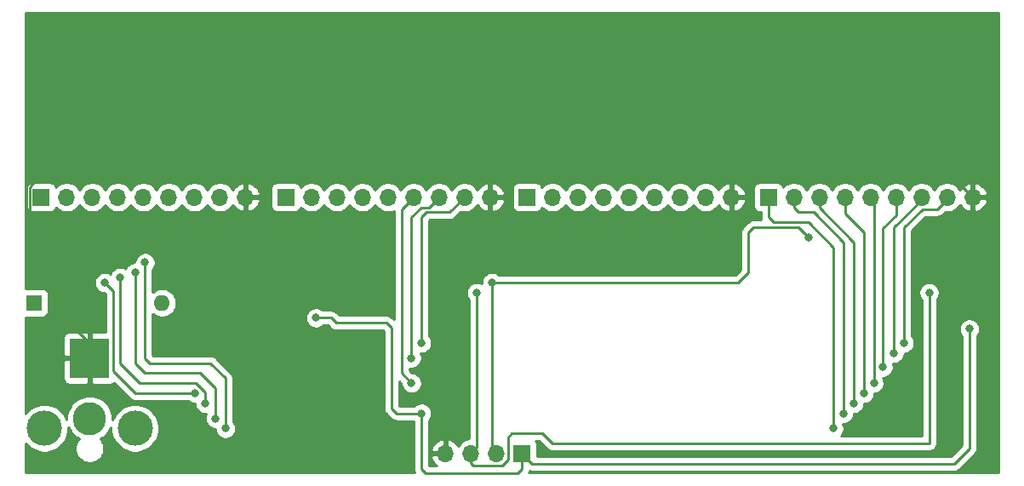
<source format=gbr>
G04 #@! TF.GenerationSoftware,KiCad,Pcbnew,(5.1.9-0-10_14)*
G04 #@! TF.CreationDate,2021-09-02T08:13:15+02:00*
G04 #@! TF.ProjectId,i2c-32io,6932632d-3332-4696-9f2e-6b696361645f,rev?*
G04 #@! TF.SameCoordinates,Original*
G04 #@! TF.FileFunction,Copper,L2,Bot*
G04 #@! TF.FilePolarity,Positive*
%FSLAX46Y46*%
G04 Gerber Fmt 4.6, Leading zero omitted, Abs format (unit mm)*
G04 Created by KiCad (PCBNEW (5.1.9-0-10_14)) date 2021-09-02 08:13:15*
%MOMM*%
%LPD*%
G01*
G04 APERTURE LIST*
G04 #@! TA.AperFunction,ComponentPad*
%ADD10O,1.700000X1.700000*%
G04 #@! TD*
G04 #@! TA.AperFunction,ComponentPad*
%ADD11R,1.700000X1.700000*%
G04 #@! TD*
G04 #@! TA.AperFunction,ComponentPad*
%ADD12C,3.500000*%
G04 #@! TD*
G04 #@! TA.AperFunction,ComponentPad*
%ADD13C,3.300000*%
G04 #@! TD*
G04 #@! TA.AperFunction,ComponentPad*
%ADD14R,4.000000X4.000000*%
G04 #@! TD*
G04 #@! TA.AperFunction,ComponentPad*
%ADD15O,1.600000X1.600000*%
G04 #@! TD*
G04 #@! TA.AperFunction,ComponentPad*
%ADD16R,1.600000X1.600000*%
G04 #@! TD*
G04 #@! TA.AperFunction,ViaPad*
%ADD17C,0.800000*%
G04 #@! TD*
G04 #@! TA.AperFunction,Conductor*
%ADD18C,0.250000*%
G04 #@! TD*
G04 #@! TA.AperFunction,Conductor*
%ADD19C,0.254000*%
G04 #@! TD*
G04 #@! TA.AperFunction,Conductor*
%ADD20C,0.100000*%
G04 #@! TD*
G04 APERTURE END LIST*
D10*
G04 #@! TO.P,J1,4*
G04 #@! TO.N,GND*
X64380000Y-110000000D03*
G04 #@! TO.P,J1,3*
G04 #@! TO.N,Net-(J1-Pad3)*
X66920000Y-110000000D03*
G04 #@! TO.P,J1,2*
G04 #@! TO.N,Net-(J1-Pad2)*
X69460000Y-110000000D03*
D11*
G04 #@! TO.P,J1,1*
G04 #@! TO.N,VCC*
X72000000Y-110000000D03*
G04 #@! TD*
D10*
G04 #@! TO.P,J2,9*
G04 #@! TO.N,GND*
X68820000Y-84500000D03*
G04 #@! TO.P,J2,8*
G04 #@! TO.N,Net-(J2-Pad8)*
X66280000Y-84500000D03*
G04 #@! TO.P,J2,7*
G04 #@! TO.N,Net-(J2-Pad7)*
X63740000Y-84500000D03*
G04 #@! TO.P,J2,6*
G04 #@! TO.N,Net-(J2-Pad6)*
X61200000Y-84500000D03*
G04 #@! TO.P,J2,5*
G04 #@! TO.N,Net-(J2-Pad5)*
X58660000Y-84500000D03*
G04 #@! TO.P,J2,4*
G04 #@! TO.N,Net-(J2-Pad4)*
X56120000Y-84500000D03*
G04 #@! TO.P,J2,3*
G04 #@! TO.N,Net-(J2-Pad3)*
X53580000Y-84500000D03*
G04 #@! TO.P,J2,2*
G04 #@! TO.N,Net-(J2-Pad2)*
X51040000Y-84500000D03*
D11*
G04 #@! TO.P,J2,1*
G04 #@! TO.N,Net-(J2-Pad1)*
X48500000Y-84500000D03*
G04 #@! TD*
D12*
G04 #@! TO.P,J6,MP*
G04 #@! TO.N,N/C*
X33500000Y-107500000D03*
X24500000Y-107500000D03*
D13*
G04 #@! TO.P,J6,2*
G04 #@! TO.N,Net-(D33-Pad1)*
X29000000Y-106500000D03*
D14*
G04 #@! TO.P,J6,1*
G04 #@! TO.N,GND*
X29000000Y-100500000D03*
G04 #@! TD*
D10*
G04 #@! TO.P,J5,9*
G04 #@! TO.N,GND*
X92820000Y-84500000D03*
G04 #@! TO.P,J5,8*
G04 #@! TO.N,Net-(J5-Pad8)*
X90280000Y-84500000D03*
G04 #@! TO.P,J5,7*
G04 #@! TO.N,Net-(J5-Pad7)*
X87740000Y-84500000D03*
G04 #@! TO.P,J5,6*
G04 #@! TO.N,Net-(J5-Pad6)*
X85200000Y-84500000D03*
G04 #@! TO.P,J5,5*
G04 #@! TO.N,Net-(J5-Pad5)*
X82660000Y-84500000D03*
G04 #@! TO.P,J5,4*
G04 #@! TO.N,Net-(J5-Pad4)*
X80120000Y-84500000D03*
G04 #@! TO.P,J5,3*
G04 #@! TO.N,Net-(J5-Pad3)*
X77580000Y-84500000D03*
G04 #@! TO.P,J5,2*
G04 #@! TO.N,Net-(J5-Pad2)*
X75040000Y-84500000D03*
D11*
G04 #@! TO.P,J5,1*
G04 #@! TO.N,Net-(J5-Pad1)*
X72500000Y-84500000D03*
G04 #@! TD*
D10*
G04 #@! TO.P,J4,9*
G04 #@! TO.N,GND*
X116820000Y-84500000D03*
G04 #@! TO.P,J4,8*
G04 #@! TO.N,Net-(J4-Pad8)*
X114280000Y-84500000D03*
G04 #@! TO.P,J4,7*
G04 #@! TO.N,Net-(J4-Pad7)*
X111740000Y-84500000D03*
G04 #@! TO.P,J4,6*
G04 #@! TO.N,Net-(J4-Pad6)*
X109200000Y-84500000D03*
G04 #@! TO.P,J4,5*
G04 #@! TO.N,Net-(J4-Pad5)*
X106660000Y-84500000D03*
G04 #@! TO.P,J4,4*
G04 #@! TO.N,Net-(J4-Pad4)*
X104120000Y-84500000D03*
G04 #@! TO.P,J4,3*
G04 #@! TO.N,Net-(J4-Pad3)*
X101580000Y-84500000D03*
G04 #@! TO.P,J4,2*
G04 #@! TO.N,Net-(J4-Pad2)*
X99040000Y-84500000D03*
D11*
G04 #@! TO.P,J4,1*
G04 #@! TO.N,Net-(J4-Pad1)*
X96500000Y-84500000D03*
G04 #@! TD*
D10*
G04 #@! TO.P,J3,9*
G04 #@! TO.N,GND*
X44500000Y-84500000D03*
G04 #@! TO.P,J3,8*
G04 #@! TO.N,Net-(J3-Pad8)*
X41960000Y-84500000D03*
G04 #@! TO.P,J3,7*
G04 #@! TO.N,Net-(J3-Pad7)*
X39420000Y-84500000D03*
G04 #@! TO.P,J3,6*
G04 #@! TO.N,Net-(J3-Pad6)*
X36880000Y-84500000D03*
G04 #@! TO.P,J3,5*
G04 #@! TO.N,Net-(J3-Pad5)*
X34340000Y-84500000D03*
G04 #@! TO.P,J3,4*
G04 #@! TO.N,Net-(J3-Pad4)*
X31800000Y-84500000D03*
G04 #@! TO.P,J3,3*
G04 #@! TO.N,Net-(J3-Pad3)*
X29260000Y-84500000D03*
G04 #@! TO.P,J3,2*
G04 #@! TO.N,Net-(J3-Pad2)*
X26720000Y-84500000D03*
D11*
G04 #@! TO.P,J3,1*
G04 #@! TO.N,Net-(J3-Pad1)*
X24180000Y-84500000D03*
G04 #@! TD*
D15*
G04 #@! TO.P,D33,2*
G04 #@! TO.N,VCC*
X36200000Y-95000000D03*
D16*
G04 #@! TO.P,D33,1*
G04 #@! TO.N,Net-(D33-Pad1)*
X23500000Y-95000000D03*
G04 #@! TD*
D17*
G04 #@! TO.N,Net-(J1-Pad3)*
X67500000Y-94000000D03*
X112500000Y-94000000D03*
G04 #@! TO.N,Net-(J1-Pad2)*
X69000000Y-93000000D03*
X100500000Y-88500000D03*
G04 #@! TO.N,VCC*
X51500000Y-96500000D03*
X116500000Y-97595000D03*
X62000000Y-106000000D03*
G04 #@! TO.N,Net-(J2-Pad8)*
X62000000Y-99000000D03*
G04 #@! TO.N,Net-(J2-Pad7)*
X61000000Y-100500000D03*
G04 #@! TO.N,Net-(J2-Pad6)*
X61000014Y-103000000D03*
G04 #@! TO.N,Net-(J3-Pad8)*
X42500000Y-107500000D03*
X34500000Y-91000000D03*
G04 #@! TO.N,Net-(J3-Pad7)*
X41500000Y-106500000D03*
X33500000Y-92000000D03*
G04 #@! TO.N,Net-(J3-Pad6)*
X40500000Y-105000000D03*
X32000000Y-92500000D03*
G04 #@! TO.N,Net-(J3-Pad5)*
X30500000Y-93000000D03*
X39500000Y-104000000D03*
G04 #@! TO.N,Net-(J4-Pad8)*
X110000000Y-99000000D03*
G04 #@! TO.N,Net-(J4-Pad7)*
X109000000Y-100000000D03*
G04 #@! TO.N,Net-(J4-Pad6)*
X107905000Y-101405000D03*
G04 #@! TO.N,Net-(J4-Pad5)*
X107000000Y-103000000D03*
G04 #@! TO.N,Net-(J4-Pad4)*
X106000000Y-104000000D03*
G04 #@! TO.N,Net-(J4-Pad3)*
X105000000Y-105000000D03*
G04 #@! TO.N,Net-(J4-Pad2)*
X104000000Y-106000000D03*
G04 #@! TO.N,Net-(J4-Pad1)*
X103000000Y-107500000D03*
G04 #@! TD*
D18*
G04 #@! TO.N,GND*
X29000000Y-100500000D02*
X29000000Y-99000000D01*
X29000000Y-99000000D02*
X25500000Y-95500000D01*
X25500000Y-95500000D02*
X25500000Y-91000000D01*
X23004999Y-88504999D02*
X23004999Y-83495001D01*
X25500000Y-91000000D02*
X23004999Y-88504999D01*
X23004999Y-83495001D02*
X24000000Y-82500000D01*
X24000000Y-82500000D02*
X44000000Y-82500000D01*
X44500000Y-83000000D02*
X44500000Y-84500000D01*
X44000000Y-82500000D02*
X44500000Y-83000000D01*
X68820000Y-84500000D02*
X68820000Y-82820000D01*
X68820000Y-82820000D02*
X68500000Y-82500000D01*
X45000000Y-82500000D02*
X44500000Y-83000000D01*
X68500000Y-82500000D02*
X45000000Y-82500000D01*
X116820000Y-84500000D02*
X114320000Y-82000000D01*
X114320000Y-82000000D02*
X94000000Y-82000000D01*
X92820000Y-83180000D02*
X92820000Y-84500000D01*
X94000000Y-82000000D02*
X92820000Y-83180000D01*
X68820000Y-82180000D02*
X68820000Y-84500000D01*
X69500000Y-81500000D02*
X68820000Y-82180000D01*
X91500000Y-81500000D02*
X69500000Y-81500000D01*
X92820000Y-82820000D02*
X91500000Y-81500000D01*
X92820000Y-84500000D02*
X92820000Y-82820000D01*
G04 #@! TO.N,Net-(J1-Pad3)*
X67500000Y-109420000D02*
X66920000Y-110000000D01*
X67500000Y-94000000D02*
X67500000Y-109420000D01*
X112500000Y-94000000D02*
X112500000Y-109000000D01*
X112500000Y-109000000D02*
X75000000Y-109000000D01*
X75000000Y-109000000D02*
X74000000Y-108000000D01*
X74000000Y-108000000D02*
X71000000Y-108000000D01*
X70635001Y-108364999D02*
X70635001Y-110564001D01*
X71000000Y-108000000D02*
X70635001Y-108364999D01*
X70024001Y-111175001D02*
X67175001Y-111175001D01*
X70635001Y-110564001D02*
X70024001Y-111175001D01*
X66920000Y-110920000D02*
X66920000Y-110000000D01*
X67175001Y-111175001D02*
X66920000Y-110920000D01*
G04 #@! TO.N,Net-(J1-Pad2)*
X69000000Y-109540000D02*
X69460000Y-110000000D01*
X69000000Y-93000000D02*
X69000000Y-109540000D01*
X69000000Y-93000000D02*
X93500000Y-93000000D01*
X93500000Y-93000000D02*
X94500000Y-92000000D01*
X94500000Y-92000000D02*
X94500000Y-88000000D01*
X94500000Y-88000000D02*
X95000000Y-87500000D01*
X95000000Y-87500000D02*
X96500000Y-87500000D01*
X96500000Y-87500000D02*
X99500000Y-87500000D01*
X99500000Y-87500000D02*
X100500000Y-88500000D01*
G04 #@! TO.N,VCC*
X51500000Y-96500000D02*
X53000000Y-96500000D01*
X53000000Y-96500000D02*
X53500000Y-97000000D01*
X53500000Y-97000000D02*
X58500000Y-97000000D01*
X58500000Y-97000000D02*
X59000000Y-97500000D01*
X72000000Y-110500000D02*
X72000000Y-110000000D01*
X72000000Y-110000000D02*
X72000000Y-111500000D01*
X72000000Y-111500000D02*
X71549991Y-111950009D01*
X116500000Y-109500000D02*
X116500000Y-97595000D01*
X73000000Y-111000000D02*
X115000000Y-111000000D01*
X115000000Y-111000000D02*
X116500000Y-109500000D01*
X72000000Y-110000000D02*
X73000000Y-111000000D01*
X59000000Y-97500000D02*
X59000000Y-105500000D01*
X59500000Y-106000000D02*
X62000000Y-106000000D01*
X59000000Y-105500000D02*
X59500000Y-106000000D01*
X62000000Y-106000000D02*
X62000000Y-111500000D01*
X62000000Y-111500000D02*
X62450009Y-111950009D01*
X71549991Y-111950009D02*
X62450009Y-111950009D01*
G04 #@! TO.N,Net-(J2-Pad8)*
X64780000Y-86000000D02*
X66280000Y-84500000D01*
X62500000Y-86000000D02*
X64780000Y-86000000D01*
X62000000Y-86500000D02*
X62500000Y-86000000D01*
X62000000Y-99000000D02*
X62000000Y-86500000D01*
G04 #@! TO.N,Net-(J2-Pad7)*
X61000000Y-100500000D02*
X61000000Y-86500000D01*
X61000000Y-86500000D02*
X62000000Y-85500000D01*
X62740000Y-85500000D02*
X63740000Y-84500000D01*
X62000000Y-85500000D02*
X62740000Y-85500000D01*
G04 #@! TO.N,Net-(J2-Pad6)*
X61200000Y-84500000D02*
X60000000Y-85700000D01*
X60000000Y-85700000D02*
X60000000Y-102000000D01*
X61000000Y-103000000D02*
X61000014Y-103000000D01*
X60000000Y-102000000D02*
X61000000Y-103000000D01*
G04 #@! TO.N,Net-(J3-Pad8)*
X42500000Y-107500000D02*
X42500000Y-102500000D01*
X42500000Y-102500000D02*
X41000000Y-101000000D01*
X41000000Y-101000000D02*
X35000000Y-101000000D01*
X35000000Y-101000000D02*
X34500000Y-100500000D01*
X34500000Y-100500000D02*
X34500000Y-91500000D01*
X34500000Y-91500000D02*
X34500000Y-91000000D01*
G04 #@! TO.N,Net-(J3-Pad7)*
X41500000Y-106500000D02*
X41500000Y-103500000D01*
X41500000Y-103500000D02*
X40000000Y-102000000D01*
X40000000Y-102000000D02*
X34500000Y-102000000D01*
X33500000Y-101000000D02*
X33500000Y-92000000D01*
X34500000Y-102000000D02*
X33500000Y-101000000D01*
G04 #@! TO.N,Net-(J3-Pad6)*
X40500000Y-103926998D02*
X39573002Y-103000000D01*
X40500000Y-105000000D02*
X40500000Y-103926998D01*
X39573002Y-103000000D02*
X34000000Y-103000000D01*
X34000000Y-103000000D02*
X32000000Y-101000000D01*
X32000000Y-101000000D02*
X32000000Y-92500000D01*
G04 #@! TO.N,Net-(J3-Pad5)*
X31325001Y-93825001D02*
X31325001Y-101825001D01*
X30500000Y-93000000D02*
X31325001Y-93825001D01*
X31325001Y-101825001D02*
X33500000Y-104000000D01*
X33500000Y-104000000D02*
X39500000Y-104000000D01*
G04 #@! TO.N,Net-(J4-Pad8)*
X110000000Y-99000000D02*
X110000000Y-87500000D01*
X111824999Y-85675001D02*
X113324999Y-85675001D01*
X110000000Y-87500000D02*
X111824999Y-85675001D01*
X114280000Y-84720000D02*
X114280000Y-84500000D01*
X113324999Y-85675001D02*
X114280000Y-84720000D01*
G04 #@! TO.N,Net-(J4-Pad7)*
X111740000Y-84760000D02*
X111740000Y-84500000D01*
X109000000Y-87500000D02*
X111740000Y-84760000D01*
X109000000Y-100000000D02*
X109000000Y-87500000D01*
G04 #@! TO.N,Net-(J4-Pad6)*
X107905000Y-101405000D02*
X107905000Y-87595000D01*
X109200000Y-86300000D02*
X109200000Y-84500000D01*
X107905000Y-87595000D02*
X109200000Y-86300000D01*
G04 #@! TO.N,Net-(J4-Pad5)*
X107000000Y-84840000D02*
X106660000Y-84500000D01*
X107000000Y-103000000D02*
X107000000Y-84840000D01*
G04 #@! TO.N,Net-(J4-Pad4)*
X104120000Y-86120000D02*
X104120000Y-84500000D01*
X106000000Y-88000000D02*
X104120000Y-86120000D01*
X106000000Y-104000000D02*
X106000000Y-88000000D01*
G04 #@! TO.N,Net-(J4-Pad3)*
X105000000Y-89000000D02*
X101580000Y-85580000D01*
X101580000Y-85580000D02*
X101580000Y-84500000D01*
X105000000Y-105000000D02*
X105000000Y-89000000D01*
G04 #@! TO.N,Net-(J4-Pad2)*
X99040000Y-85540000D02*
X99040000Y-84500000D01*
X99500000Y-86000000D02*
X99040000Y-85540000D01*
X101000000Y-86000000D02*
X99500000Y-86000000D01*
X104000000Y-89000000D02*
X101000000Y-86000000D01*
X104000000Y-106000000D02*
X104000000Y-89000000D01*
G04 #@! TO.N,Net-(J4-Pad1)*
X103000000Y-107500000D02*
X103000000Y-89500000D01*
X103000000Y-89500000D02*
X100500000Y-87000000D01*
X100500000Y-87000000D02*
X97000000Y-87000000D01*
X97000000Y-87000000D02*
X96500000Y-86500000D01*
X96500000Y-86500000D02*
X96500000Y-84500000D01*
G04 #@! TD*
D19*
G04 #@! TO.N,GND*
X119373000Y-111873000D02*
X72662382Y-111873000D01*
X72705546Y-111792247D01*
X72729816Y-111712239D01*
X72851014Y-111749003D01*
X73000000Y-111763677D01*
X73037333Y-111760000D01*
X114962678Y-111760000D01*
X115000000Y-111763676D01*
X115037322Y-111760000D01*
X115037333Y-111760000D01*
X115148986Y-111749003D01*
X115292247Y-111705546D01*
X115424276Y-111634974D01*
X115540001Y-111540001D01*
X115563804Y-111510997D01*
X117011004Y-110063798D01*
X117040001Y-110040001D01*
X117134974Y-109924276D01*
X117205546Y-109792247D01*
X117249003Y-109648986D01*
X117260000Y-109537333D01*
X117260000Y-109537324D01*
X117263676Y-109500001D01*
X117260000Y-109462678D01*
X117260000Y-98298711D01*
X117303937Y-98254774D01*
X117417205Y-98085256D01*
X117495226Y-97896898D01*
X117535000Y-97696939D01*
X117535000Y-97493061D01*
X117495226Y-97293102D01*
X117417205Y-97104744D01*
X117303937Y-96935226D01*
X117159774Y-96791063D01*
X116990256Y-96677795D01*
X116801898Y-96599774D01*
X116601939Y-96560000D01*
X116398061Y-96560000D01*
X116198102Y-96599774D01*
X116009744Y-96677795D01*
X115840226Y-96791063D01*
X115696063Y-96935226D01*
X115582795Y-97104744D01*
X115504774Y-97293102D01*
X115465000Y-97493061D01*
X115465000Y-97696939D01*
X115504774Y-97896898D01*
X115582795Y-98085256D01*
X115696063Y-98254774D01*
X115740001Y-98298712D01*
X115740000Y-109185198D01*
X114685199Y-110240000D01*
X73488072Y-110240000D01*
X73488072Y-109150000D01*
X73475812Y-109025518D01*
X73439502Y-108905820D01*
X73380537Y-108795506D01*
X73351398Y-108760000D01*
X73685199Y-108760000D01*
X74436201Y-109511003D01*
X74459999Y-109540001D01*
X74488997Y-109563799D01*
X74575724Y-109634974D01*
X74707753Y-109705546D01*
X74851014Y-109749003D01*
X75000000Y-109763677D01*
X75037333Y-109760000D01*
X112462667Y-109760000D01*
X112500000Y-109763677D01*
X112648986Y-109749003D01*
X112792247Y-109705546D01*
X112924276Y-109634974D01*
X113040001Y-109540001D01*
X113134974Y-109424276D01*
X113205546Y-109292247D01*
X113249003Y-109148986D01*
X113260000Y-109037333D01*
X113263677Y-109000000D01*
X113260000Y-108962667D01*
X113260000Y-94703711D01*
X113303937Y-94659774D01*
X113417205Y-94490256D01*
X113495226Y-94301898D01*
X113535000Y-94101939D01*
X113535000Y-93898061D01*
X113495226Y-93698102D01*
X113417205Y-93509744D01*
X113303937Y-93340226D01*
X113159774Y-93196063D01*
X112990256Y-93082795D01*
X112801898Y-93004774D01*
X112601939Y-92965000D01*
X112398061Y-92965000D01*
X112198102Y-93004774D01*
X112009744Y-93082795D01*
X111840226Y-93196063D01*
X111696063Y-93340226D01*
X111582795Y-93509744D01*
X111504774Y-93698102D01*
X111465000Y-93898061D01*
X111465000Y-94101939D01*
X111504774Y-94301898D01*
X111582795Y-94490256D01*
X111696063Y-94659774D01*
X111740000Y-94703711D01*
X111740001Y-108240000D01*
X103723711Y-108240000D01*
X103803937Y-108159774D01*
X103917205Y-107990256D01*
X103995226Y-107801898D01*
X104035000Y-107601939D01*
X104035000Y-107398061D01*
X103995226Y-107198102D01*
X103927666Y-107035000D01*
X104101939Y-107035000D01*
X104301898Y-106995226D01*
X104490256Y-106917205D01*
X104659774Y-106803937D01*
X104803937Y-106659774D01*
X104917205Y-106490256D01*
X104995226Y-106301898D01*
X105035000Y-106101939D01*
X105035000Y-106035000D01*
X105101939Y-106035000D01*
X105301898Y-105995226D01*
X105490256Y-105917205D01*
X105659774Y-105803937D01*
X105803937Y-105659774D01*
X105917205Y-105490256D01*
X105995226Y-105301898D01*
X106035000Y-105101939D01*
X106035000Y-105035000D01*
X106101939Y-105035000D01*
X106301898Y-104995226D01*
X106490256Y-104917205D01*
X106659774Y-104803937D01*
X106803937Y-104659774D01*
X106917205Y-104490256D01*
X106995226Y-104301898D01*
X107035000Y-104101939D01*
X107035000Y-104035000D01*
X107101939Y-104035000D01*
X107301898Y-103995226D01*
X107490256Y-103917205D01*
X107659774Y-103803937D01*
X107803937Y-103659774D01*
X107917205Y-103490256D01*
X107995226Y-103301898D01*
X108035000Y-103101939D01*
X108035000Y-102898061D01*
X107995226Y-102698102D01*
X107917205Y-102509744D01*
X107870604Y-102440000D01*
X108006939Y-102440000D01*
X108206898Y-102400226D01*
X108395256Y-102322205D01*
X108564774Y-102208937D01*
X108708937Y-102064774D01*
X108822205Y-101895256D01*
X108900226Y-101706898D01*
X108940000Y-101506939D01*
X108940000Y-101303061D01*
X108900226Y-101103102D01*
X108869679Y-101029354D01*
X108898061Y-101035000D01*
X109101939Y-101035000D01*
X109301898Y-100995226D01*
X109490256Y-100917205D01*
X109659774Y-100803937D01*
X109803937Y-100659774D01*
X109917205Y-100490256D01*
X109995226Y-100301898D01*
X110035000Y-100101939D01*
X110035000Y-100035000D01*
X110101939Y-100035000D01*
X110301898Y-99995226D01*
X110490256Y-99917205D01*
X110659774Y-99803937D01*
X110803937Y-99659774D01*
X110917205Y-99490256D01*
X110995226Y-99301898D01*
X111035000Y-99101939D01*
X111035000Y-98898061D01*
X110995226Y-98698102D01*
X110917205Y-98509744D01*
X110803937Y-98340226D01*
X110760000Y-98296289D01*
X110760000Y-87814801D01*
X112139801Y-86435001D01*
X113287677Y-86435001D01*
X113324999Y-86438677D01*
X113362321Y-86435001D01*
X113362332Y-86435001D01*
X113473985Y-86424004D01*
X113617246Y-86380547D01*
X113749275Y-86309975D01*
X113865000Y-86215002D01*
X113888803Y-86185999D01*
X114097091Y-85977710D01*
X114133740Y-85985000D01*
X114426260Y-85985000D01*
X114713158Y-85927932D01*
X114983411Y-85815990D01*
X115226632Y-85653475D01*
X115433475Y-85446632D01*
X115555195Y-85264466D01*
X115624822Y-85381355D01*
X115819731Y-85597588D01*
X116053080Y-85771641D01*
X116315901Y-85896825D01*
X116463110Y-85941476D01*
X116693000Y-85820155D01*
X116693000Y-84627000D01*
X116947000Y-84627000D01*
X116947000Y-85820155D01*
X117176890Y-85941476D01*
X117324099Y-85896825D01*
X117586920Y-85771641D01*
X117820269Y-85597588D01*
X118015178Y-85381355D01*
X118164157Y-85131252D01*
X118261481Y-84856891D01*
X118140814Y-84627000D01*
X116947000Y-84627000D01*
X116693000Y-84627000D01*
X116673000Y-84627000D01*
X116673000Y-84373000D01*
X116693000Y-84373000D01*
X116693000Y-83179845D01*
X116947000Y-83179845D01*
X116947000Y-84373000D01*
X118140814Y-84373000D01*
X118261481Y-84143109D01*
X118164157Y-83868748D01*
X118015178Y-83618645D01*
X117820269Y-83402412D01*
X117586920Y-83228359D01*
X117324099Y-83103175D01*
X117176890Y-83058524D01*
X116947000Y-83179845D01*
X116693000Y-83179845D01*
X116463110Y-83058524D01*
X116315901Y-83103175D01*
X116053080Y-83228359D01*
X115819731Y-83402412D01*
X115624822Y-83618645D01*
X115555195Y-83735534D01*
X115433475Y-83553368D01*
X115226632Y-83346525D01*
X114983411Y-83184010D01*
X114713158Y-83072068D01*
X114426260Y-83015000D01*
X114133740Y-83015000D01*
X113846842Y-83072068D01*
X113576589Y-83184010D01*
X113333368Y-83346525D01*
X113126525Y-83553368D01*
X113010000Y-83727760D01*
X112893475Y-83553368D01*
X112686632Y-83346525D01*
X112443411Y-83184010D01*
X112173158Y-83072068D01*
X111886260Y-83015000D01*
X111593740Y-83015000D01*
X111306842Y-83072068D01*
X111036589Y-83184010D01*
X110793368Y-83346525D01*
X110586525Y-83553368D01*
X110470000Y-83727760D01*
X110353475Y-83553368D01*
X110146632Y-83346525D01*
X109903411Y-83184010D01*
X109633158Y-83072068D01*
X109346260Y-83015000D01*
X109053740Y-83015000D01*
X108766842Y-83072068D01*
X108496589Y-83184010D01*
X108253368Y-83346525D01*
X108046525Y-83553368D01*
X107930000Y-83727760D01*
X107813475Y-83553368D01*
X107606632Y-83346525D01*
X107363411Y-83184010D01*
X107093158Y-83072068D01*
X106806260Y-83015000D01*
X106513740Y-83015000D01*
X106226842Y-83072068D01*
X105956589Y-83184010D01*
X105713368Y-83346525D01*
X105506525Y-83553368D01*
X105390000Y-83727760D01*
X105273475Y-83553368D01*
X105066632Y-83346525D01*
X104823411Y-83184010D01*
X104553158Y-83072068D01*
X104266260Y-83015000D01*
X103973740Y-83015000D01*
X103686842Y-83072068D01*
X103416589Y-83184010D01*
X103173368Y-83346525D01*
X102966525Y-83553368D01*
X102850000Y-83727760D01*
X102733475Y-83553368D01*
X102526632Y-83346525D01*
X102283411Y-83184010D01*
X102013158Y-83072068D01*
X101726260Y-83015000D01*
X101433740Y-83015000D01*
X101146842Y-83072068D01*
X100876589Y-83184010D01*
X100633368Y-83346525D01*
X100426525Y-83553368D01*
X100310000Y-83727760D01*
X100193475Y-83553368D01*
X99986632Y-83346525D01*
X99743411Y-83184010D01*
X99473158Y-83072068D01*
X99186260Y-83015000D01*
X98893740Y-83015000D01*
X98606842Y-83072068D01*
X98336589Y-83184010D01*
X98093368Y-83346525D01*
X97961513Y-83478380D01*
X97939502Y-83405820D01*
X97880537Y-83295506D01*
X97801185Y-83198815D01*
X97704494Y-83119463D01*
X97594180Y-83060498D01*
X97474482Y-83024188D01*
X97350000Y-83011928D01*
X95650000Y-83011928D01*
X95525518Y-83024188D01*
X95405820Y-83060498D01*
X95295506Y-83119463D01*
X95198815Y-83198815D01*
X95119463Y-83295506D01*
X95060498Y-83405820D01*
X95024188Y-83525518D01*
X95011928Y-83650000D01*
X95011928Y-85350000D01*
X95024188Y-85474482D01*
X95060498Y-85594180D01*
X95119463Y-85704494D01*
X95198815Y-85801185D01*
X95295506Y-85880537D01*
X95405820Y-85939502D01*
X95525518Y-85975812D01*
X95650000Y-85988072D01*
X95740000Y-85988072D01*
X95740000Y-86462677D01*
X95736324Y-86500000D01*
X95740000Y-86537322D01*
X95740000Y-86537332D01*
X95750997Y-86648985D01*
X95778606Y-86740000D01*
X95037325Y-86740000D01*
X95000000Y-86736324D01*
X94962675Y-86740000D01*
X94962667Y-86740000D01*
X94851014Y-86750997D01*
X94707753Y-86794454D01*
X94575724Y-86865026D01*
X94459999Y-86959999D01*
X94436196Y-86989003D01*
X93988998Y-87436201D01*
X93960000Y-87459999D01*
X93936203Y-87488996D01*
X93936201Y-87488998D01*
X93865026Y-87575724D01*
X93794454Y-87707754D01*
X93783464Y-87743985D01*
X93750999Y-87851013D01*
X93750998Y-87851015D01*
X93736324Y-88000000D01*
X93740001Y-88037332D01*
X93740000Y-91685198D01*
X93185199Y-92240000D01*
X69703711Y-92240000D01*
X69659774Y-92196063D01*
X69490256Y-92082795D01*
X69301898Y-92004774D01*
X69101939Y-91965000D01*
X68898061Y-91965000D01*
X68698102Y-92004774D01*
X68509744Y-92082795D01*
X68340226Y-92196063D01*
X68196063Y-92340226D01*
X68082795Y-92509744D01*
X68004774Y-92698102D01*
X67965000Y-92898061D01*
X67965000Y-93072334D01*
X67801898Y-93004774D01*
X67601939Y-92965000D01*
X67398061Y-92965000D01*
X67198102Y-93004774D01*
X67009744Y-93082795D01*
X66840226Y-93196063D01*
X66696063Y-93340226D01*
X66582795Y-93509744D01*
X66504774Y-93698102D01*
X66465000Y-93898061D01*
X66465000Y-94101939D01*
X66504774Y-94301898D01*
X66582795Y-94490256D01*
X66696063Y-94659774D01*
X66740000Y-94703711D01*
X66740001Y-108521711D01*
X66486842Y-108572068D01*
X66216589Y-108684010D01*
X65973368Y-108846525D01*
X65766525Y-109053368D01*
X65644805Y-109235534D01*
X65575178Y-109118645D01*
X65380269Y-108902412D01*
X65146920Y-108728359D01*
X64884099Y-108603175D01*
X64736890Y-108558524D01*
X64507000Y-108679845D01*
X64507000Y-109873000D01*
X64527000Y-109873000D01*
X64527000Y-110127000D01*
X64507000Y-110127000D01*
X64507000Y-110147000D01*
X64253000Y-110147000D01*
X64253000Y-110127000D01*
X63059186Y-110127000D01*
X62938519Y-110356891D01*
X63035843Y-110631252D01*
X63184822Y-110881355D01*
X63379731Y-111097588D01*
X63503638Y-111190009D01*
X62764810Y-111190009D01*
X62760000Y-111185199D01*
X62760000Y-109643109D01*
X62938519Y-109643109D01*
X63059186Y-109873000D01*
X64253000Y-109873000D01*
X64253000Y-108679845D01*
X64023110Y-108558524D01*
X63875901Y-108603175D01*
X63613080Y-108728359D01*
X63379731Y-108902412D01*
X63184822Y-109118645D01*
X63035843Y-109368748D01*
X62938519Y-109643109D01*
X62760000Y-109643109D01*
X62760000Y-106703711D01*
X62803937Y-106659774D01*
X62917205Y-106490256D01*
X62995226Y-106301898D01*
X63035000Y-106101939D01*
X63035000Y-105898061D01*
X62995226Y-105698102D01*
X62917205Y-105509744D01*
X62803937Y-105340226D01*
X62659774Y-105196063D01*
X62490256Y-105082795D01*
X62301898Y-105004774D01*
X62101939Y-104965000D01*
X61898061Y-104965000D01*
X61698102Y-105004774D01*
X61509744Y-105082795D01*
X61340226Y-105196063D01*
X61296289Y-105240000D01*
X59814801Y-105240000D01*
X59760000Y-105185199D01*
X59760000Y-102834801D01*
X59965014Y-103039816D01*
X59965014Y-103101939D01*
X60004788Y-103301898D01*
X60082809Y-103490256D01*
X60196077Y-103659774D01*
X60340240Y-103803937D01*
X60509758Y-103917205D01*
X60698116Y-103995226D01*
X60898075Y-104035000D01*
X61101953Y-104035000D01*
X61301912Y-103995226D01*
X61490270Y-103917205D01*
X61659788Y-103803937D01*
X61803951Y-103659774D01*
X61917219Y-103490256D01*
X61995240Y-103301898D01*
X62035014Y-103101939D01*
X62035014Y-102898061D01*
X61995240Y-102698102D01*
X61917219Y-102509744D01*
X61803951Y-102340226D01*
X61659788Y-102196063D01*
X61490270Y-102082795D01*
X61301912Y-102004774D01*
X61101953Y-101965000D01*
X61039802Y-101965000D01*
X60760000Y-101685199D01*
X60760000Y-101507538D01*
X60898061Y-101535000D01*
X61101939Y-101535000D01*
X61301898Y-101495226D01*
X61490256Y-101417205D01*
X61659774Y-101303937D01*
X61803937Y-101159774D01*
X61917205Y-100990256D01*
X61995226Y-100801898D01*
X62035000Y-100601939D01*
X62035000Y-100398061D01*
X61995226Y-100198102D01*
X61927666Y-100035000D01*
X62101939Y-100035000D01*
X62301898Y-99995226D01*
X62490256Y-99917205D01*
X62659774Y-99803937D01*
X62803937Y-99659774D01*
X62917205Y-99490256D01*
X62995226Y-99301898D01*
X63035000Y-99101939D01*
X63035000Y-98898061D01*
X62995226Y-98698102D01*
X62917205Y-98509744D01*
X62803937Y-98340226D01*
X62760000Y-98296289D01*
X62760000Y-86814801D01*
X62814801Y-86760000D01*
X64742678Y-86760000D01*
X64780000Y-86763676D01*
X64817322Y-86760000D01*
X64817333Y-86760000D01*
X64928986Y-86749003D01*
X65072247Y-86705546D01*
X65204276Y-86634974D01*
X65320001Y-86540001D01*
X65343804Y-86510997D01*
X65913592Y-85941209D01*
X66133740Y-85985000D01*
X66426260Y-85985000D01*
X66713158Y-85927932D01*
X66983411Y-85815990D01*
X67226632Y-85653475D01*
X67433475Y-85446632D01*
X67555195Y-85264466D01*
X67624822Y-85381355D01*
X67819731Y-85597588D01*
X68053080Y-85771641D01*
X68315901Y-85896825D01*
X68463110Y-85941476D01*
X68693000Y-85820155D01*
X68693000Y-84627000D01*
X68947000Y-84627000D01*
X68947000Y-85820155D01*
X69176890Y-85941476D01*
X69324099Y-85896825D01*
X69586920Y-85771641D01*
X69820269Y-85597588D01*
X70015178Y-85381355D01*
X70164157Y-85131252D01*
X70261481Y-84856891D01*
X70140814Y-84627000D01*
X68947000Y-84627000D01*
X68693000Y-84627000D01*
X68673000Y-84627000D01*
X68673000Y-84373000D01*
X68693000Y-84373000D01*
X68693000Y-83179845D01*
X68947000Y-83179845D01*
X68947000Y-84373000D01*
X70140814Y-84373000D01*
X70261481Y-84143109D01*
X70164157Y-83868748D01*
X70033856Y-83650000D01*
X71011928Y-83650000D01*
X71011928Y-85350000D01*
X71024188Y-85474482D01*
X71060498Y-85594180D01*
X71119463Y-85704494D01*
X71198815Y-85801185D01*
X71295506Y-85880537D01*
X71405820Y-85939502D01*
X71525518Y-85975812D01*
X71650000Y-85988072D01*
X73350000Y-85988072D01*
X73474482Y-85975812D01*
X73594180Y-85939502D01*
X73704494Y-85880537D01*
X73801185Y-85801185D01*
X73880537Y-85704494D01*
X73939502Y-85594180D01*
X73961513Y-85521620D01*
X74093368Y-85653475D01*
X74336589Y-85815990D01*
X74606842Y-85927932D01*
X74893740Y-85985000D01*
X75186260Y-85985000D01*
X75473158Y-85927932D01*
X75743411Y-85815990D01*
X75986632Y-85653475D01*
X76193475Y-85446632D01*
X76310000Y-85272240D01*
X76426525Y-85446632D01*
X76633368Y-85653475D01*
X76876589Y-85815990D01*
X77146842Y-85927932D01*
X77433740Y-85985000D01*
X77726260Y-85985000D01*
X78013158Y-85927932D01*
X78283411Y-85815990D01*
X78526632Y-85653475D01*
X78733475Y-85446632D01*
X78850000Y-85272240D01*
X78966525Y-85446632D01*
X79173368Y-85653475D01*
X79416589Y-85815990D01*
X79686842Y-85927932D01*
X79973740Y-85985000D01*
X80266260Y-85985000D01*
X80553158Y-85927932D01*
X80823411Y-85815990D01*
X81066632Y-85653475D01*
X81273475Y-85446632D01*
X81390000Y-85272240D01*
X81506525Y-85446632D01*
X81713368Y-85653475D01*
X81956589Y-85815990D01*
X82226842Y-85927932D01*
X82513740Y-85985000D01*
X82806260Y-85985000D01*
X83093158Y-85927932D01*
X83363411Y-85815990D01*
X83606632Y-85653475D01*
X83813475Y-85446632D01*
X83930000Y-85272240D01*
X84046525Y-85446632D01*
X84253368Y-85653475D01*
X84496589Y-85815990D01*
X84766842Y-85927932D01*
X85053740Y-85985000D01*
X85346260Y-85985000D01*
X85633158Y-85927932D01*
X85903411Y-85815990D01*
X86146632Y-85653475D01*
X86353475Y-85446632D01*
X86470000Y-85272240D01*
X86586525Y-85446632D01*
X86793368Y-85653475D01*
X87036589Y-85815990D01*
X87306842Y-85927932D01*
X87593740Y-85985000D01*
X87886260Y-85985000D01*
X88173158Y-85927932D01*
X88443411Y-85815990D01*
X88686632Y-85653475D01*
X88893475Y-85446632D01*
X89010000Y-85272240D01*
X89126525Y-85446632D01*
X89333368Y-85653475D01*
X89576589Y-85815990D01*
X89846842Y-85927932D01*
X90133740Y-85985000D01*
X90426260Y-85985000D01*
X90713158Y-85927932D01*
X90983411Y-85815990D01*
X91226632Y-85653475D01*
X91433475Y-85446632D01*
X91555195Y-85264466D01*
X91624822Y-85381355D01*
X91819731Y-85597588D01*
X92053080Y-85771641D01*
X92315901Y-85896825D01*
X92463110Y-85941476D01*
X92693000Y-85820155D01*
X92693000Y-84627000D01*
X92947000Y-84627000D01*
X92947000Y-85820155D01*
X93176890Y-85941476D01*
X93324099Y-85896825D01*
X93586920Y-85771641D01*
X93820269Y-85597588D01*
X94015178Y-85381355D01*
X94164157Y-85131252D01*
X94261481Y-84856891D01*
X94140814Y-84627000D01*
X92947000Y-84627000D01*
X92693000Y-84627000D01*
X92673000Y-84627000D01*
X92673000Y-84373000D01*
X92693000Y-84373000D01*
X92693000Y-83179845D01*
X92947000Y-83179845D01*
X92947000Y-84373000D01*
X94140814Y-84373000D01*
X94261481Y-84143109D01*
X94164157Y-83868748D01*
X94015178Y-83618645D01*
X93820269Y-83402412D01*
X93586920Y-83228359D01*
X93324099Y-83103175D01*
X93176890Y-83058524D01*
X92947000Y-83179845D01*
X92693000Y-83179845D01*
X92463110Y-83058524D01*
X92315901Y-83103175D01*
X92053080Y-83228359D01*
X91819731Y-83402412D01*
X91624822Y-83618645D01*
X91555195Y-83735534D01*
X91433475Y-83553368D01*
X91226632Y-83346525D01*
X90983411Y-83184010D01*
X90713158Y-83072068D01*
X90426260Y-83015000D01*
X90133740Y-83015000D01*
X89846842Y-83072068D01*
X89576589Y-83184010D01*
X89333368Y-83346525D01*
X89126525Y-83553368D01*
X89010000Y-83727760D01*
X88893475Y-83553368D01*
X88686632Y-83346525D01*
X88443411Y-83184010D01*
X88173158Y-83072068D01*
X87886260Y-83015000D01*
X87593740Y-83015000D01*
X87306842Y-83072068D01*
X87036589Y-83184010D01*
X86793368Y-83346525D01*
X86586525Y-83553368D01*
X86470000Y-83727760D01*
X86353475Y-83553368D01*
X86146632Y-83346525D01*
X85903411Y-83184010D01*
X85633158Y-83072068D01*
X85346260Y-83015000D01*
X85053740Y-83015000D01*
X84766842Y-83072068D01*
X84496589Y-83184010D01*
X84253368Y-83346525D01*
X84046525Y-83553368D01*
X83930000Y-83727760D01*
X83813475Y-83553368D01*
X83606632Y-83346525D01*
X83363411Y-83184010D01*
X83093158Y-83072068D01*
X82806260Y-83015000D01*
X82513740Y-83015000D01*
X82226842Y-83072068D01*
X81956589Y-83184010D01*
X81713368Y-83346525D01*
X81506525Y-83553368D01*
X81390000Y-83727760D01*
X81273475Y-83553368D01*
X81066632Y-83346525D01*
X80823411Y-83184010D01*
X80553158Y-83072068D01*
X80266260Y-83015000D01*
X79973740Y-83015000D01*
X79686842Y-83072068D01*
X79416589Y-83184010D01*
X79173368Y-83346525D01*
X78966525Y-83553368D01*
X78850000Y-83727760D01*
X78733475Y-83553368D01*
X78526632Y-83346525D01*
X78283411Y-83184010D01*
X78013158Y-83072068D01*
X77726260Y-83015000D01*
X77433740Y-83015000D01*
X77146842Y-83072068D01*
X76876589Y-83184010D01*
X76633368Y-83346525D01*
X76426525Y-83553368D01*
X76310000Y-83727760D01*
X76193475Y-83553368D01*
X75986632Y-83346525D01*
X75743411Y-83184010D01*
X75473158Y-83072068D01*
X75186260Y-83015000D01*
X74893740Y-83015000D01*
X74606842Y-83072068D01*
X74336589Y-83184010D01*
X74093368Y-83346525D01*
X73961513Y-83478380D01*
X73939502Y-83405820D01*
X73880537Y-83295506D01*
X73801185Y-83198815D01*
X73704494Y-83119463D01*
X73594180Y-83060498D01*
X73474482Y-83024188D01*
X73350000Y-83011928D01*
X71650000Y-83011928D01*
X71525518Y-83024188D01*
X71405820Y-83060498D01*
X71295506Y-83119463D01*
X71198815Y-83198815D01*
X71119463Y-83295506D01*
X71060498Y-83405820D01*
X71024188Y-83525518D01*
X71011928Y-83650000D01*
X70033856Y-83650000D01*
X70015178Y-83618645D01*
X69820269Y-83402412D01*
X69586920Y-83228359D01*
X69324099Y-83103175D01*
X69176890Y-83058524D01*
X68947000Y-83179845D01*
X68693000Y-83179845D01*
X68463110Y-83058524D01*
X68315901Y-83103175D01*
X68053080Y-83228359D01*
X67819731Y-83402412D01*
X67624822Y-83618645D01*
X67555195Y-83735534D01*
X67433475Y-83553368D01*
X67226632Y-83346525D01*
X66983411Y-83184010D01*
X66713158Y-83072068D01*
X66426260Y-83015000D01*
X66133740Y-83015000D01*
X65846842Y-83072068D01*
X65576589Y-83184010D01*
X65333368Y-83346525D01*
X65126525Y-83553368D01*
X65010000Y-83727760D01*
X64893475Y-83553368D01*
X64686632Y-83346525D01*
X64443411Y-83184010D01*
X64173158Y-83072068D01*
X63886260Y-83015000D01*
X63593740Y-83015000D01*
X63306842Y-83072068D01*
X63036589Y-83184010D01*
X62793368Y-83346525D01*
X62586525Y-83553368D01*
X62470000Y-83727760D01*
X62353475Y-83553368D01*
X62146632Y-83346525D01*
X61903411Y-83184010D01*
X61633158Y-83072068D01*
X61346260Y-83015000D01*
X61053740Y-83015000D01*
X60766842Y-83072068D01*
X60496589Y-83184010D01*
X60253368Y-83346525D01*
X60046525Y-83553368D01*
X59930000Y-83727760D01*
X59813475Y-83553368D01*
X59606632Y-83346525D01*
X59363411Y-83184010D01*
X59093158Y-83072068D01*
X58806260Y-83015000D01*
X58513740Y-83015000D01*
X58226842Y-83072068D01*
X57956589Y-83184010D01*
X57713368Y-83346525D01*
X57506525Y-83553368D01*
X57390000Y-83727760D01*
X57273475Y-83553368D01*
X57066632Y-83346525D01*
X56823411Y-83184010D01*
X56553158Y-83072068D01*
X56266260Y-83015000D01*
X55973740Y-83015000D01*
X55686842Y-83072068D01*
X55416589Y-83184010D01*
X55173368Y-83346525D01*
X54966525Y-83553368D01*
X54850000Y-83727760D01*
X54733475Y-83553368D01*
X54526632Y-83346525D01*
X54283411Y-83184010D01*
X54013158Y-83072068D01*
X53726260Y-83015000D01*
X53433740Y-83015000D01*
X53146842Y-83072068D01*
X52876589Y-83184010D01*
X52633368Y-83346525D01*
X52426525Y-83553368D01*
X52310000Y-83727760D01*
X52193475Y-83553368D01*
X51986632Y-83346525D01*
X51743411Y-83184010D01*
X51473158Y-83072068D01*
X51186260Y-83015000D01*
X50893740Y-83015000D01*
X50606842Y-83072068D01*
X50336589Y-83184010D01*
X50093368Y-83346525D01*
X49961513Y-83478380D01*
X49939502Y-83405820D01*
X49880537Y-83295506D01*
X49801185Y-83198815D01*
X49704494Y-83119463D01*
X49594180Y-83060498D01*
X49474482Y-83024188D01*
X49350000Y-83011928D01*
X47650000Y-83011928D01*
X47525518Y-83024188D01*
X47405820Y-83060498D01*
X47295506Y-83119463D01*
X47198815Y-83198815D01*
X47119463Y-83295506D01*
X47060498Y-83405820D01*
X47024188Y-83525518D01*
X47011928Y-83650000D01*
X47011928Y-85350000D01*
X47024188Y-85474482D01*
X47060498Y-85594180D01*
X47119463Y-85704494D01*
X47198815Y-85801185D01*
X47295506Y-85880537D01*
X47405820Y-85939502D01*
X47525518Y-85975812D01*
X47650000Y-85988072D01*
X49350000Y-85988072D01*
X49474482Y-85975812D01*
X49594180Y-85939502D01*
X49704494Y-85880537D01*
X49801185Y-85801185D01*
X49880537Y-85704494D01*
X49939502Y-85594180D01*
X49961513Y-85521620D01*
X50093368Y-85653475D01*
X50336589Y-85815990D01*
X50606842Y-85927932D01*
X50893740Y-85985000D01*
X51186260Y-85985000D01*
X51473158Y-85927932D01*
X51743411Y-85815990D01*
X51986632Y-85653475D01*
X52193475Y-85446632D01*
X52310000Y-85272240D01*
X52426525Y-85446632D01*
X52633368Y-85653475D01*
X52876589Y-85815990D01*
X53146842Y-85927932D01*
X53433740Y-85985000D01*
X53726260Y-85985000D01*
X54013158Y-85927932D01*
X54283411Y-85815990D01*
X54526632Y-85653475D01*
X54733475Y-85446632D01*
X54850000Y-85272240D01*
X54966525Y-85446632D01*
X55173368Y-85653475D01*
X55416589Y-85815990D01*
X55686842Y-85927932D01*
X55973740Y-85985000D01*
X56266260Y-85985000D01*
X56553158Y-85927932D01*
X56823411Y-85815990D01*
X57066632Y-85653475D01*
X57273475Y-85446632D01*
X57390000Y-85272240D01*
X57506525Y-85446632D01*
X57713368Y-85653475D01*
X57956589Y-85815990D01*
X58226842Y-85927932D01*
X58513740Y-85985000D01*
X58806260Y-85985000D01*
X59093158Y-85927932D01*
X59240000Y-85867108D01*
X59240001Y-96665200D01*
X59063804Y-96489003D01*
X59040001Y-96459999D01*
X58924276Y-96365026D01*
X58792247Y-96294454D01*
X58648986Y-96250997D01*
X58537333Y-96240000D01*
X58537322Y-96240000D01*
X58500000Y-96236324D01*
X58462678Y-96240000D01*
X53814801Y-96240000D01*
X53563804Y-95989003D01*
X53540001Y-95959999D01*
X53424276Y-95865026D01*
X53292247Y-95794454D01*
X53148986Y-95750997D01*
X53037333Y-95740000D01*
X53037322Y-95740000D01*
X53000000Y-95736324D01*
X52962678Y-95740000D01*
X52203711Y-95740000D01*
X52159774Y-95696063D01*
X51990256Y-95582795D01*
X51801898Y-95504774D01*
X51601939Y-95465000D01*
X51398061Y-95465000D01*
X51198102Y-95504774D01*
X51009744Y-95582795D01*
X50840226Y-95696063D01*
X50696063Y-95840226D01*
X50582795Y-96009744D01*
X50504774Y-96198102D01*
X50465000Y-96398061D01*
X50465000Y-96601939D01*
X50504774Y-96801898D01*
X50582795Y-96990256D01*
X50696063Y-97159774D01*
X50840226Y-97303937D01*
X51009744Y-97417205D01*
X51198102Y-97495226D01*
X51398061Y-97535000D01*
X51601939Y-97535000D01*
X51801898Y-97495226D01*
X51990256Y-97417205D01*
X52159774Y-97303937D01*
X52203711Y-97260000D01*
X52685199Y-97260000D01*
X52936196Y-97510997D01*
X52959999Y-97540001D01*
X53075724Y-97634974D01*
X53207753Y-97705546D01*
X53351014Y-97749003D01*
X53462667Y-97760000D01*
X53462675Y-97760000D01*
X53500000Y-97763676D01*
X53537325Y-97760000D01*
X58185199Y-97760000D01*
X58240000Y-97814801D01*
X58240001Y-105462668D01*
X58236324Y-105500000D01*
X58240001Y-105537333D01*
X58250998Y-105648986D01*
X58264180Y-105692442D01*
X58294454Y-105792246D01*
X58365026Y-105924276D01*
X58396534Y-105962668D01*
X58460000Y-106040001D01*
X58488998Y-106063799D01*
X58936196Y-106510997D01*
X58959999Y-106540001D01*
X59075724Y-106634974D01*
X59207753Y-106705546D01*
X59351014Y-106749003D01*
X59462667Y-106760000D01*
X59462675Y-106760000D01*
X59500000Y-106763676D01*
X59537325Y-106760000D01*
X61240000Y-106760000D01*
X61240001Y-111462668D01*
X61236324Y-111500000D01*
X61240001Y-111537333D01*
X61250998Y-111648986D01*
X61257070Y-111669003D01*
X61294454Y-111792246D01*
X61337618Y-111873000D01*
X22627000Y-111873000D01*
X22627000Y-108989743D01*
X22647450Y-109020349D01*
X22979651Y-109352550D01*
X23370279Y-109613560D01*
X23804321Y-109793346D01*
X24265098Y-109885000D01*
X24734902Y-109885000D01*
X25195679Y-109793346D01*
X25629721Y-109613560D01*
X26020349Y-109352550D01*
X26352550Y-109020349D01*
X26613560Y-108629721D01*
X26793346Y-108195679D01*
X26885000Y-107734902D01*
X26885000Y-107364932D01*
X26975059Y-107582353D01*
X27225125Y-107956603D01*
X27543397Y-108274875D01*
X27917647Y-108524941D01*
X27937457Y-108533147D01*
X27885363Y-108585241D01*
X27728320Y-108820273D01*
X27620147Y-109081426D01*
X27565000Y-109358665D01*
X27565000Y-109641335D01*
X27620147Y-109918574D01*
X27728320Y-110179727D01*
X27885363Y-110414759D01*
X28085241Y-110614637D01*
X28320273Y-110771680D01*
X28581426Y-110879853D01*
X28858665Y-110935000D01*
X29141335Y-110935000D01*
X29418574Y-110879853D01*
X29679727Y-110771680D01*
X29914759Y-110614637D01*
X30114637Y-110414759D01*
X30271680Y-110179727D01*
X30379853Y-109918574D01*
X30435000Y-109641335D01*
X30435000Y-109358665D01*
X30379853Y-109081426D01*
X30271680Y-108820273D01*
X30114637Y-108585241D01*
X30062543Y-108533147D01*
X30082353Y-108524941D01*
X30456603Y-108274875D01*
X30774875Y-107956603D01*
X31024941Y-107582353D01*
X31115000Y-107364932D01*
X31115000Y-107734902D01*
X31206654Y-108195679D01*
X31386440Y-108629721D01*
X31647450Y-109020349D01*
X31979651Y-109352550D01*
X32370279Y-109613560D01*
X32804321Y-109793346D01*
X33265098Y-109885000D01*
X33734902Y-109885000D01*
X34195679Y-109793346D01*
X34629721Y-109613560D01*
X35020349Y-109352550D01*
X35352550Y-109020349D01*
X35613560Y-108629721D01*
X35793346Y-108195679D01*
X35885000Y-107734902D01*
X35885000Y-107265098D01*
X35793346Y-106804321D01*
X35613560Y-106370279D01*
X35352550Y-105979651D01*
X35020349Y-105647450D01*
X34629721Y-105386440D01*
X34195679Y-105206654D01*
X33734902Y-105115000D01*
X33265098Y-105115000D01*
X32804321Y-105206654D01*
X32370279Y-105386440D01*
X31979651Y-105647450D01*
X31647450Y-105979651D01*
X31386440Y-106370279D01*
X31285000Y-106615177D01*
X31285000Y-106274947D01*
X31197189Y-105833490D01*
X31024941Y-105417647D01*
X30774875Y-105043397D01*
X30456603Y-104725125D01*
X30082353Y-104475059D01*
X29666510Y-104302811D01*
X29225053Y-104215000D01*
X28774947Y-104215000D01*
X28333490Y-104302811D01*
X27917647Y-104475059D01*
X27543397Y-104725125D01*
X27225125Y-105043397D01*
X26975059Y-105417647D01*
X26802811Y-105833490D01*
X26715000Y-106274947D01*
X26715000Y-106615177D01*
X26613560Y-106370279D01*
X26352550Y-105979651D01*
X26020349Y-105647450D01*
X25629721Y-105386440D01*
X25195679Y-105206654D01*
X24734902Y-105115000D01*
X24265098Y-105115000D01*
X23804321Y-105206654D01*
X23370279Y-105386440D01*
X22979651Y-105647450D01*
X22647450Y-105979651D01*
X22627000Y-106010257D01*
X22627000Y-102500000D01*
X26361928Y-102500000D01*
X26374188Y-102624482D01*
X26410498Y-102744180D01*
X26469463Y-102854494D01*
X26548815Y-102951185D01*
X26645506Y-103030537D01*
X26755820Y-103089502D01*
X26875518Y-103125812D01*
X27000000Y-103138072D01*
X28714250Y-103135000D01*
X28873000Y-102976250D01*
X28873000Y-100627000D01*
X26523750Y-100627000D01*
X26365000Y-100785750D01*
X26361928Y-102500000D01*
X22627000Y-102500000D01*
X22627000Y-98500000D01*
X26361928Y-98500000D01*
X26365000Y-100214250D01*
X26523750Y-100373000D01*
X28873000Y-100373000D01*
X28873000Y-98023750D01*
X29127000Y-98023750D01*
X29127000Y-100373000D01*
X29147000Y-100373000D01*
X29147000Y-100627000D01*
X29127000Y-100627000D01*
X29127000Y-102976250D01*
X29285750Y-103135000D01*
X31000000Y-103138072D01*
X31124482Y-103125812D01*
X31244180Y-103089502D01*
X31354494Y-103030537D01*
X31410101Y-102984902D01*
X32936201Y-104511003D01*
X32959999Y-104540001D01*
X32988997Y-104563799D01*
X33075723Y-104634974D01*
X33152477Y-104676000D01*
X33207753Y-104705546D01*
X33351014Y-104749003D01*
X33462667Y-104760000D01*
X33462676Y-104760000D01*
X33499999Y-104763676D01*
X33537322Y-104760000D01*
X38796289Y-104760000D01*
X38840226Y-104803937D01*
X39009744Y-104917205D01*
X39198102Y-104995226D01*
X39398061Y-105035000D01*
X39465000Y-105035000D01*
X39465000Y-105101939D01*
X39504774Y-105301898D01*
X39582795Y-105490256D01*
X39696063Y-105659774D01*
X39840226Y-105803937D01*
X40009744Y-105917205D01*
X40198102Y-105995226D01*
X40398061Y-106035000D01*
X40572334Y-106035000D01*
X40504774Y-106198102D01*
X40465000Y-106398061D01*
X40465000Y-106601939D01*
X40504774Y-106801898D01*
X40582795Y-106990256D01*
X40696063Y-107159774D01*
X40840226Y-107303937D01*
X41009744Y-107417205D01*
X41198102Y-107495226D01*
X41398061Y-107535000D01*
X41465000Y-107535000D01*
X41465000Y-107601939D01*
X41504774Y-107801898D01*
X41582795Y-107990256D01*
X41696063Y-108159774D01*
X41840226Y-108303937D01*
X42009744Y-108417205D01*
X42198102Y-108495226D01*
X42398061Y-108535000D01*
X42601939Y-108535000D01*
X42801898Y-108495226D01*
X42990256Y-108417205D01*
X43159774Y-108303937D01*
X43303937Y-108159774D01*
X43417205Y-107990256D01*
X43495226Y-107801898D01*
X43535000Y-107601939D01*
X43535000Y-107398061D01*
X43495226Y-107198102D01*
X43417205Y-107009744D01*
X43303937Y-106840226D01*
X43260000Y-106796289D01*
X43260000Y-102537322D01*
X43263676Y-102499999D01*
X43260000Y-102462676D01*
X43260000Y-102462667D01*
X43249003Y-102351014D01*
X43205546Y-102207753D01*
X43134974Y-102075724D01*
X43040001Y-101959999D01*
X43011003Y-101936201D01*
X41563804Y-100489003D01*
X41540001Y-100459999D01*
X41424276Y-100365026D01*
X41292247Y-100294454D01*
X41148986Y-100250997D01*
X41037333Y-100240000D01*
X41037322Y-100240000D01*
X41000000Y-100236324D01*
X40962678Y-100240000D01*
X35314801Y-100240000D01*
X35260000Y-100185199D01*
X35260000Y-96089396D01*
X35285241Y-96114637D01*
X35520273Y-96271680D01*
X35781426Y-96379853D01*
X36058665Y-96435000D01*
X36341335Y-96435000D01*
X36618574Y-96379853D01*
X36879727Y-96271680D01*
X37114759Y-96114637D01*
X37314637Y-95914759D01*
X37471680Y-95679727D01*
X37579853Y-95418574D01*
X37635000Y-95141335D01*
X37635000Y-94858665D01*
X37579853Y-94581426D01*
X37471680Y-94320273D01*
X37314637Y-94085241D01*
X37114759Y-93885363D01*
X36879727Y-93728320D01*
X36618574Y-93620147D01*
X36341335Y-93565000D01*
X36058665Y-93565000D01*
X35781426Y-93620147D01*
X35520273Y-93728320D01*
X35285241Y-93885363D01*
X35260000Y-93910604D01*
X35260000Y-91703711D01*
X35303937Y-91659774D01*
X35417205Y-91490256D01*
X35495226Y-91301898D01*
X35535000Y-91101939D01*
X35535000Y-90898061D01*
X35495226Y-90698102D01*
X35417205Y-90509744D01*
X35303937Y-90340226D01*
X35159774Y-90196063D01*
X34990256Y-90082795D01*
X34801898Y-90004774D01*
X34601939Y-89965000D01*
X34398061Y-89965000D01*
X34198102Y-90004774D01*
X34009744Y-90082795D01*
X33840226Y-90196063D01*
X33696063Y-90340226D01*
X33582795Y-90509744D01*
X33504774Y-90698102D01*
X33465000Y-90898061D01*
X33465000Y-90965000D01*
X33398061Y-90965000D01*
X33198102Y-91004774D01*
X33009744Y-91082795D01*
X32840226Y-91196063D01*
X32696063Y-91340226D01*
X32582795Y-91509744D01*
X32539035Y-91615388D01*
X32490256Y-91582795D01*
X32301898Y-91504774D01*
X32101939Y-91465000D01*
X31898061Y-91465000D01*
X31698102Y-91504774D01*
X31509744Y-91582795D01*
X31340226Y-91696063D01*
X31196063Y-91840226D01*
X31082795Y-92009744D01*
X31039035Y-92115388D01*
X30990256Y-92082795D01*
X30801898Y-92004774D01*
X30601939Y-91965000D01*
X30398061Y-91965000D01*
X30198102Y-92004774D01*
X30009744Y-92082795D01*
X29840226Y-92196063D01*
X29696063Y-92340226D01*
X29582795Y-92509744D01*
X29504774Y-92698102D01*
X29465000Y-92898061D01*
X29465000Y-93101939D01*
X29504774Y-93301898D01*
X29582795Y-93490256D01*
X29696063Y-93659774D01*
X29840226Y-93803937D01*
X30009744Y-93917205D01*
X30198102Y-93995226D01*
X30398061Y-94035000D01*
X30460198Y-94035000D01*
X30565001Y-94139803D01*
X30565002Y-97862708D01*
X29285750Y-97865000D01*
X29127000Y-98023750D01*
X28873000Y-98023750D01*
X28714250Y-97865000D01*
X27000000Y-97861928D01*
X26875518Y-97874188D01*
X26755820Y-97910498D01*
X26645506Y-97969463D01*
X26548815Y-98048815D01*
X26469463Y-98145506D01*
X26410498Y-98255820D01*
X26374188Y-98375518D01*
X26361928Y-98500000D01*
X22627000Y-98500000D01*
X22627000Y-96430882D01*
X22700000Y-96438072D01*
X24300000Y-96438072D01*
X24424482Y-96425812D01*
X24544180Y-96389502D01*
X24654494Y-96330537D01*
X24751185Y-96251185D01*
X24830537Y-96154494D01*
X24889502Y-96044180D01*
X24925812Y-95924482D01*
X24938072Y-95800000D01*
X24938072Y-94200000D01*
X24925812Y-94075518D01*
X24889502Y-93955820D01*
X24830537Y-93845506D01*
X24751185Y-93748815D01*
X24654494Y-93669463D01*
X24544180Y-93610498D01*
X24424482Y-93574188D01*
X24300000Y-93561928D01*
X22700000Y-93561928D01*
X22627000Y-93569118D01*
X22627000Y-83650000D01*
X22691928Y-83650000D01*
X22691928Y-85350000D01*
X22704188Y-85474482D01*
X22740498Y-85594180D01*
X22799463Y-85704494D01*
X22878815Y-85801185D01*
X22975506Y-85880537D01*
X23085820Y-85939502D01*
X23205518Y-85975812D01*
X23330000Y-85988072D01*
X25030000Y-85988072D01*
X25154482Y-85975812D01*
X25274180Y-85939502D01*
X25384494Y-85880537D01*
X25481185Y-85801185D01*
X25560537Y-85704494D01*
X25619502Y-85594180D01*
X25641513Y-85521620D01*
X25773368Y-85653475D01*
X26016589Y-85815990D01*
X26286842Y-85927932D01*
X26573740Y-85985000D01*
X26866260Y-85985000D01*
X27153158Y-85927932D01*
X27423411Y-85815990D01*
X27666632Y-85653475D01*
X27873475Y-85446632D01*
X27990000Y-85272240D01*
X28106525Y-85446632D01*
X28313368Y-85653475D01*
X28556589Y-85815990D01*
X28826842Y-85927932D01*
X29113740Y-85985000D01*
X29406260Y-85985000D01*
X29693158Y-85927932D01*
X29963411Y-85815990D01*
X30206632Y-85653475D01*
X30413475Y-85446632D01*
X30530000Y-85272240D01*
X30646525Y-85446632D01*
X30853368Y-85653475D01*
X31096589Y-85815990D01*
X31366842Y-85927932D01*
X31653740Y-85985000D01*
X31946260Y-85985000D01*
X32233158Y-85927932D01*
X32503411Y-85815990D01*
X32746632Y-85653475D01*
X32953475Y-85446632D01*
X33070000Y-85272240D01*
X33186525Y-85446632D01*
X33393368Y-85653475D01*
X33636589Y-85815990D01*
X33906842Y-85927932D01*
X34193740Y-85985000D01*
X34486260Y-85985000D01*
X34773158Y-85927932D01*
X35043411Y-85815990D01*
X35286632Y-85653475D01*
X35493475Y-85446632D01*
X35610000Y-85272240D01*
X35726525Y-85446632D01*
X35933368Y-85653475D01*
X36176589Y-85815990D01*
X36446842Y-85927932D01*
X36733740Y-85985000D01*
X37026260Y-85985000D01*
X37313158Y-85927932D01*
X37583411Y-85815990D01*
X37826632Y-85653475D01*
X38033475Y-85446632D01*
X38150000Y-85272240D01*
X38266525Y-85446632D01*
X38473368Y-85653475D01*
X38716589Y-85815990D01*
X38986842Y-85927932D01*
X39273740Y-85985000D01*
X39566260Y-85985000D01*
X39853158Y-85927932D01*
X40123411Y-85815990D01*
X40366632Y-85653475D01*
X40573475Y-85446632D01*
X40690000Y-85272240D01*
X40806525Y-85446632D01*
X41013368Y-85653475D01*
X41256589Y-85815990D01*
X41526842Y-85927932D01*
X41813740Y-85985000D01*
X42106260Y-85985000D01*
X42393158Y-85927932D01*
X42663411Y-85815990D01*
X42906632Y-85653475D01*
X43113475Y-85446632D01*
X43235195Y-85264466D01*
X43304822Y-85381355D01*
X43499731Y-85597588D01*
X43733080Y-85771641D01*
X43995901Y-85896825D01*
X44143110Y-85941476D01*
X44373000Y-85820155D01*
X44373000Y-84627000D01*
X44627000Y-84627000D01*
X44627000Y-85820155D01*
X44856890Y-85941476D01*
X45004099Y-85896825D01*
X45266920Y-85771641D01*
X45500269Y-85597588D01*
X45695178Y-85381355D01*
X45844157Y-85131252D01*
X45941481Y-84856891D01*
X45820814Y-84627000D01*
X44627000Y-84627000D01*
X44373000Y-84627000D01*
X44353000Y-84627000D01*
X44353000Y-84373000D01*
X44373000Y-84373000D01*
X44373000Y-83179845D01*
X44627000Y-83179845D01*
X44627000Y-84373000D01*
X45820814Y-84373000D01*
X45941481Y-84143109D01*
X45844157Y-83868748D01*
X45695178Y-83618645D01*
X45500269Y-83402412D01*
X45266920Y-83228359D01*
X45004099Y-83103175D01*
X44856890Y-83058524D01*
X44627000Y-83179845D01*
X44373000Y-83179845D01*
X44143110Y-83058524D01*
X43995901Y-83103175D01*
X43733080Y-83228359D01*
X43499731Y-83402412D01*
X43304822Y-83618645D01*
X43235195Y-83735534D01*
X43113475Y-83553368D01*
X42906632Y-83346525D01*
X42663411Y-83184010D01*
X42393158Y-83072068D01*
X42106260Y-83015000D01*
X41813740Y-83015000D01*
X41526842Y-83072068D01*
X41256589Y-83184010D01*
X41013368Y-83346525D01*
X40806525Y-83553368D01*
X40690000Y-83727760D01*
X40573475Y-83553368D01*
X40366632Y-83346525D01*
X40123411Y-83184010D01*
X39853158Y-83072068D01*
X39566260Y-83015000D01*
X39273740Y-83015000D01*
X38986842Y-83072068D01*
X38716589Y-83184010D01*
X38473368Y-83346525D01*
X38266525Y-83553368D01*
X38150000Y-83727760D01*
X38033475Y-83553368D01*
X37826632Y-83346525D01*
X37583411Y-83184010D01*
X37313158Y-83072068D01*
X37026260Y-83015000D01*
X36733740Y-83015000D01*
X36446842Y-83072068D01*
X36176589Y-83184010D01*
X35933368Y-83346525D01*
X35726525Y-83553368D01*
X35610000Y-83727760D01*
X35493475Y-83553368D01*
X35286632Y-83346525D01*
X35043411Y-83184010D01*
X34773158Y-83072068D01*
X34486260Y-83015000D01*
X34193740Y-83015000D01*
X33906842Y-83072068D01*
X33636589Y-83184010D01*
X33393368Y-83346525D01*
X33186525Y-83553368D01*
X33070000Y-83727760D01*
X32953475Y-83553368D01*
X32746632Y-83346525D01*
X32503411Y-83184010D01*
X32233158Y-83072068D01*
X31946260Y-83015000D01*
X31653740Y-83015000D01*
X31366842Y-83072068D01*
X31096589Y-83184010D01*
X30853368Y-83346525D01*
X30646525Y-83553368D01*
X30530000Y-83727760D01*
X30413475Y-83553368D01*
X30206632Y-83346525D01*
X29963411Y-83184010D01*
X29693158Y-83072068D01*
X29406260Y-83015000D01*
X29113740Y-83015000D01*
X28826842Y-83072068D01*
X28556589Y-83184010D01*
X28313368Y-83346525D01*
X28106525Y-83553368D01*
X27990000Y-83727760D01*
X27873475Y-83553368D01*
X27666632Y-83346525D01*
X27423411Y-83184010D01*
X27153158Y-83072068D01*
X26866260Y-83015000D01*
X26573740Y-83015000D01*
X26286842Y-83072068D01*
X26016589Y-83184010D01*
X25773368Y-83346525D01*
X25641513Y-83478380D01*
X25619502Y-83405820D01*
X25560537Y-83295506D01*
X25481185Y-83198815D01*
X25384494Y-83119463D01*
X25274180Y-83060498D01*
X25154482Y-83024188D01*
X25030000Y-83011928D01*
X23330000Y-83011928D01*
X23205518Y-83024188D01*
X23085820Y-83060498D01*
X22975506Y-83119463D01*
X22878815Y-83198815D01*
X22799463Y-83295506D01*
X22740498Y-83405820D01*
X22704188Y-83525518D01*
X22691928Y-83650000D01*
X22627000Y-83650000D01*
X22627000Y-66127000D01*
X119373000Y-66127000D01*
X119373000Y-111873000D01*
G04 #@! TA.AperFunction,Conductor*
D20*
G36*
X119373000Y-111873000D02*
G01*
X72662382Y-111873000D01*
X72705546Y-111792247D01*
X72729816Y-111712239D01*
X72851014Y-111749003D01*
X73000000Y-111763677D01*
X73037333Y-111760000D01*
X114962678Y-111760000D01*
X115000000Y-111763676D01*
X115037322Y-111760000D01*
X115037333Y-111760000D01*
X115148986Y-111749003D01*
X115292247Y-111705546D01*
X115424276Y-111634974D01*
X115540001Y-111540001D01*
X115563804Y-111510997D01*
X117011004Y-110063798D01*
X117040001Y-110040001D01*
X117134974Y-109924276D01*
X117205546Y-109792247D01*
X117249003Y-109648986D01*
X117260000Y-109537333D01*
X117260000Y-109537324D01*
X117263676Y-109500001D01*
X117260000Y-109462678D01*
X117260000Y-98298711D01*
X117303937Y-98254774D01*
X117417205Y-98085256D01*
X117495226Y-97896898D01*
X117535000Y-97696939D01*
X117535000Y-97493061D01*
X117495226Y-97293102D01*
X117417205Y-97104744D01*
X117303937Y-96935226D01*
X117159774Y-96791063D01*
X116990256Y-96677795D01*
X116801898Y-96599774D01*
X116601939Y-96560000D01*
X116398061Y-96560000D01*
X116198102Y-96599774D01*
X116009744Y-96677795D01*
X115840226Y-96791063D01*
X115696063Y-96935226D01*
X115582795Y-97104744D01*
X115504774Y-97293102D01*
X115465000Y-97493061D01*
X115465000Y-97696939D01*
X115504774Y-97896898D01*
X115582795Y-98085256D01*
X115696063Y-98254774D01*
X115740001Y-98298712D01*
X115740000Y-109185198D01*
X114685199Y-110240000D01*
X73488072Y-110240000D01*
X73488072Y-109150000D01*
X73475812Y-109025518D01*
X73439502Y-108905820D01*
X73380537Y-108795506D01*
X73351398Y-108760000D01*
X73685199Y-108760000D01*
X74436201Y-109511003D01*
X74459999Y-109540001D01*
X74488997Y-109563799D01*
X74575724Y-109634974D01*
X74707753Y-109705546D01*
X74851014Y-109749003D01*
X75000000Y-109763677D01*
X75037333Y-109760000D01*
X112462667Y-109760000D01*
X112500000Y-109763677D01*
X112648986Y-109749003D01*
X112792247Y-109705546D01*
X112924276Y-109634974D01*
X113040001Y-109540001D01*
X113134974Y-109424276D01*
X113205546Y-109292247D01*
X113249003Y-109148986D01*
X113260000Y-109037333D01*
X113263677Y-109000000D01*
X113260000Y-108962667D01*
X113260000Y-94703711D01*
X113303937Y-94659774D01*
X113417205Y-94490256D01*
X113495226Y-94301898D01*
X113535000Y-94101939D01*
X113535000Y-93898061D01*
X113495226Y-93698102D01*
X113417205Y-93509744D01*
X113303937Y-93340226D01*
X113159774Y-93196063D01*
X112990256Y-93082795D01*
X112801898Y-93004774D01*
X112601939Y-92965000D01*
X112398061Y-92965000D01*
X112198102Y-93004774D01*
X112009744Y-93082795D01*
X111840226Y-93196063D01*
X111696063Y-93340226D01*
X111582795Y-93509744D01*
X111504774Y-93698102D01*
X111465000Y-93898061D01*
X111465000Y-94101939D01*
X111504774Y-94301898D01*
X111582795Y-94490256D01*
X111696063Y-94659774D01*
X111740000Y-94703711D01*
X111740001Y-108240000D01*
X103723711Y-108240000D01*
X103803937Y-108159774D01*
X103917205Y-107990256D01*
X103995226Y-107801898D01*
X104035000Y-107601939D01*
X104035000Y-107398061D01*
X103995226Y-107198102D01*
X103927666Y-107035000D01*
X104101939Y-107035000D01*
X104301898Y-106995226D01*
X104490256Y-106917205D01*
X104659774Y-106803937D01*
X104803937Y-106659774D01*
X104917205Y-106490256D01*
X104995226Y-106301898D01*
X105035000Y-106101939D01*
X105035000Y-106035000D01*
X105101939Y-106035000D01*
X105301898Y-105995226D01*
X105490256Y-105917205D01*
X105659774Y-105803937D01*
X105803937Y-105659774D01*
X105917205Y-105490256D01*
X105995226Y-105301898D01*
X106035000Y-105101939D01*
X106035000Y-105035000D01*
X106101939Y-105035000D01*
X106301898Y-104995226D01*
X106490256Y-104917205D01*
X106659774Y-104803937D01*
X106803937Y-104659774D01*
X106917205Y-104490256D01*
X106995226Y-104301898D01*
X107035000Y-104101939D01*
X107035000Y-104035000D01*
X107101939Y-104035000D01*
X107301898Y-103995226D01*
X107490256Y-103917205D01*
X107659774Y-103803937D01*
X107803937Y-103659774D01*
X107917205Y-103490256D01*
X107995226Y-103301898D01*
X108035000Y-103101939D01*
X108035000Y-102898061D01*
X107995226Y-102698102D01*
X107917205Y-102509744D01*
X107870604Y-102440000D01*
X108006939Y-102440000D01*
X108206898Y-102400226D01*
X108395256Y-102322205D01*
X108564774Y-102208937D01*
X108708937Y-102064774D01*
X108822205Y-101895256D01*
X108900226Y-101706898D01*
X108940000Y-101506939D01*
X108940000Y-101303061D01*
X108900226Y-101103102D01*
X108869679Y-101029354D01*
X108898061Y-101035000D01*
X109101939Y-101035000D01*
X109301898Y-100995226D01*
X109490256Y-100917205D01*
X109659774Y-100803937D01*
X109803937Y-100659774D01*
X109917205Y-100490256D01*
X109995226Y-100301898D01*
X110035000Y-100101939D01*
X110035000Y-100035000D01*
X110101939Y-100035000D01*
X110301898Y-99995226D01*
X110490256Y-99917205D01*
X110659774Y-99803937D01*
X110803937Y-99659774D01*
X110917205Y-99490256D01*
X110995226Y-99301898D01*
X111035000Y-99101939D01*
X111035000Y-98898061D01*
X110995226Y-98698102D01*
X110917205Y-98509744D01*
X110803937Y-98340226D01*
X110760000Y-98296289D01*
X110760000Y-87814801D01*
X112139801Y-86435001D01*
X113287677Y-86435001D01*
X113324999Y-86438677D01*
X113362321Y-86435001D01*
X113362332Y-86435001D01*
X113473985Y-86424004D01*
X113617246Y-86380547D01*
X113749275Y-86309975D01*
X113865000Y-86215002D01*
X113888803Y-86185999D01*
X114097091Y-85977710D01*
X114133740Y-85985000D01*
X114426260Y-85985000D01*
X114713158Y-85927932D01*
X114983411Y-85815990D01*
X115226632Y-85653475D01*
X115433475Y-85446632D01*
X115555195Y-85264466D01*
X115624822Y-85381355D01*
X115819731Y-85597588D01*
X116053080Y-85771641D01*
X116315901Y-85896825D01*
X116463110Y-85941476D01*
X116693000Y-85820155D01*
X116693000Y-84627000D01*
X116947000Y-84627000D01*
X116947000Y-85820155D01*
X117176890Y-85941476D01*
X117324099Y-85896825D01*
X117586920Y-85771641D01*
X117820269Y-85597588D01*
X118015178Y-85381355D01*
X118164157Y-85131252D01*
X118261481Y-84856891D01*
X118140814Y-84627000D01*
X116947000Y-84627000D01*
X116693000Y-84627000D01*
X116673000Y-84627000D01*
X116673000Y-84373000D01*
X116693000Y-84373000D01*
X116693000Y-83179845D01*
X116947000Y-83179845D01*
X116947000Y-84373000D01*
X118140814Y-84373000D01*
X118261481Y-84143109D01*
X118164157Y-83868748D01*
X118015178Y-83618645D01*
X117820269Y-83402412D01*
X117586920Y-83228359D01*
X117324099Y-83103175D01*
X117176890Y-83058524D01*
X116947000Y-83179845D01*
X116693000Y-83179845D01*
X116463110Y-83058524D01*
X116315901Y-83103175D01*
X116053080Y-83228359D01*
X115819731Y-83402412D01*
X115624822Y-83618645D01*
X115555195Y-83735534D01*
X115433475Y-83553368D01*
X115226632Y-83346525D01*
X114983411Y-83184010D01*
X114713158Y-83072068D01*
X114426260Y-83015000D01*
X114133740Y-83015000D01*
X113846842Y-83072068D01*
X113576589Y-83184010D01*
X113333368Y-83346525D01*
X113126525Y-83553368D01*
X113010000Y-83727760D01*
X112893475Y-83553368D01*
X112686632Y-83346525D01*
X112443411Y-83184010D01*
X112173158Y-83072068D01*
X111886260Y-83015000D01*
X111593740Y-83015000D01*
X111306842Y-83072068D01*
X111036589Y-83184010D01*
X110793368Y-83346525D01*
X110586525Y-83553368D01*
X110470000Y-83727760D01*
X110353475Y-83553368D01*
X110146632Y-83346525D01*
X109903411Y-83184010D01*
X109633158Y-83072068D01*
X109346260Y-83015000D01*
X109053740Y-83015000D01*
X108766842Y-83072068D01*
X108496589Y-83184010D01*
X108253368Y-83346525D01*
X108046525Y-83553368D01*
X107930000Y-83727760D01*
X107813475Y-83553368D01*
X107606632Y-83346525D01*
X107363411Y-83184010D01*
X107093158Y-83072068D01*
X106806260Y-83015000D01*
X106513740Y-83015000D01*
X106226842Y-83072068D01*
X105956589Y-83184010D01*
X105713368Y-83346525D01*
X105506525Y-83553368D01*
X105390000Y-83727760D01*
X105273475Y-83553368D01*
X105066632Y-83346525D01*
X104823411Y-83184010D01*
X104553158Y-83072068D01*
X104266260Y-83015000D01*
X103973740Y-83015000D01*
X103686842Y-83072068D01*
X103416589Y-83184010D01*
X103173368Y-83346525D01*
X102966525Y-83553368D01*
X102850000Y-83727760D01*
X102733475Y-83553368D01*
X102526632Y-83346525D01*
X102283411Y-83184010D01*
X102013158Y-83072068D01*
X101726260Y-83015000D01*
X101433740Y-83015000D01*
X101146842Y-83072068D01*
X100876589Y-83184010D01*
X100633368Y-83346525D01*
X100426525Y-83553368D01*
X100310000Y-83727760D01*
X100193475Y-83553368D01*
X99986632Y-83346525D01*
X99743411Y-83184010D01*
X99473158Y-83072068D01*
X99186260Y-83015000D01*
X98893740Y-83015000D01*
X98606842Y-83072068D01*
X98336589Y-83184010D01*
X98093368Y-83346525D01*
X97961513Y-83478380D01*
X97939502Y-83405820D01*
X97880537Y-83295506D01*
X97801185Y-83198815D01*
X97704494Y-83119463D01*
X97594180Y-83060498D01*
X97474482Y-83024188D01*
X97350000Y-83011928D01*
X95650000Y-83011928D01*
X95525518Y-83024188D01*
X95405820Y-83060498D01*
X95295506Y-83119463D01*
X95198815Y-83198815D01*
X95119463Y-83295506D01*
X95060498Y-83405820D01*
X95024188Y-83525518D01*
X95011928Y-83650000D01*
X95011928Y-85350000D01*
X95024188Y-85474482D01*
X95060498Y-85594180D01*
X95119463Y-85704494D01*
X95198815Y-85801185D01*
X95295506Y-85880537D01*
X95405820Y-85939502D01*
X95525518Y-85975812D01*
X95650000Y-85988072D01*
X95740000Y-85988072D01*
X95740000Y-86462677D01*
X95736324Y-86500000D01*
X95740000Y-86537322D01*
X95740000Y-86537332D01*
X95750997Y-86648985D01*
X95778606Y-86740000D01*
X95037325Y-86740000D01*
X95000000Y-86736324D01*
X94962675Y-86740000D01*
X94962667Y-86740000D01*
X94851014Y-86750997D01*
X94707753Y-86794454D01*
X94575724Y-86865026D01*
X94459999Y-86959999D01*
X94436196Y-86989003D01*
X93988998Y-87436201D01*
X93960000Y-87459999D01*
X93936203Y-87488996D01*
X93936201Y-87488998D01*
X93865026Y-87575724D01*
X93794454Y-87707754D01*
X93783464Y-87743985D01*
X93750999Y-87851013D01*
X93750998Y-87851015D01*
X93736324Y-88000000D01*
X93740001Y-88037332D01*
X93740000Y-91685198D01*
X93185199Y-92240000D01*
X69703711Y-92240000D01*
X69659774Y-92196063D01*
X69490256Y-92082795D01*
X69301898Y-92004774D01*
X69101939Y-91965000D01*
X68898061Y-91965000D01*
X68698102Y-92004774D01*
X68509744Y-92082795D01*
X68340226Y-92196063D01*
X68196063Y-92340226D01*
X68082795Y-92509744D01*
X68004774Y-92698102D01*
X67965000Y-92898061D01*
X67965000Y-93072334D01*
X67801898Y-93004774D01*
X67601939Y-92965000D01*
X67398061Y-92965000D01*
X67198102Y-93004774D01*
X67009744Y-93082795D01*
X66840226Y-93196063D01*
X66696063Y-93340226D01*
X66582795Y-93509744D01*
X66504774Y-93698102D01*
X66465000Y-93898061D01*
X66465000Y-94101939D01*
X66504774Y-94301898D01*
X66582795Y-94490256D01*
X66696063Y-94659774D01*
X66740000Y-94703711D01*
X66740001Y-108521711D01*
X66486842Y-108572068D01*
X66216589Y-108684010D01*
X65973368Y-108846525D01*
X65766525Y-109053368D01*
X65644805Y-109235534D01*
X65575178Y-109118645D01*
X65380269Y-108902412D01*
X65146920Y-108728359D01*
X64884099Y-108603175D01*
X64736890Y-108558524D01*
X64507000Y-108679845D01*
X64507000Y-109873000D01*
X64527000Y-109873000D01*
X64527000Y-110127000D01*
X64507000Y-110127000D01*
X64507000Y-110147000D01*
X64253000Y-110147000D01*
X64253000Y-110127000D01*
X63059186Y-110127000D01*
X62938519Y-110356891D01*
X63035843Y-110631252D01*
X63184822Y-110881355D01*
X63379731Y-111097588D01*
X63503638Y-111190009D01*
X62764810Y-111190009D01*
X62760000Y-111185199D01*
X62760000Y-109643109D01*
X62938519Y-109643109D01*
X63059186Y-109873000D01*
X64253000Y-109873000D01*
X64253000Y-108679845D01*
X64023110Y-108558524D01*
X63875901Y-108603175D01*
X63613080Y-108728359D01*
X63379731Y-108902412D01*
X63184822Y-109118645D01*
X63035843Y-109368748D01*
X62938519Y-109643109D01*
X62760000Y-109643109D01*
X62760000Y-106703711D01*
X62803937Y-106659774D01*
X62917205Y-106490256D01*
X62995226Y-106301898D01*
X63035000Y-106101939D01*
X63035000Y-105898061D01*
X62995226Y-105698102D01*
X62917205Y-105509744D01*
X62803937Y-105340226D01*
X62659774Y-105196063D01*
X62490256Y-105082795D01*
X62301898Y-105004774D01*
X62101939Y-104965000D01*
X61898061Y-104965000D01*
X61698102Y-105004774D01*
X61509744Y-105082795D01*
X61340226Y-105196063D01*
X61296289Y-105240000D01*
X59814801Y-105240000D01*
X59760000Y-105185199D01*
X59760000Y-102834801D01*
X59965014Y-103039816D01*
X59965014Y-103101939D01*
X60004788Y-103301898D01*
X60082809Y-103490256D01*
X60196077Y-103659774D01*
X60340240Y-103803937D01*
X60509758Y-103917205D01*
X60698116Y-103995226D01*
X60898075Y-104035000D01*
X61101953Y-104035000D01*
X61301912Y-103995226D01*
X61490270Y-103917205D01*
X61659788Y-103803937D01*
X61803951Y-103659774D01*
X61917219Y-103490256D01*
X61995240Y-103301898D01*
X62035014Y-103101939D01*
X62035014Y-102898061D01*
X61995240Y-102698102D01*
X61917219Y-102509744D01*
X61803951Y-102340226D01*
X61659788Y-102196063D01*
X61490270Y-102082795D01*
X61301912Y-102004774D01*
X61101953Y-101965000D01*
X61039802Y-101965000D01*
X60760000Y-101685199D01*
X60760000Y-101507538D01*
X60898061Y-101535000D01*
X61101939Y-101535000D01*
X61301898Y-101495226D01*
X61490256Y-101417205D01*
X61659774Y-101303937D01*
X61803937Y-101159774D01*
X61917205Y-100990256D01*
X61995226Y-100801898D01*
X62035000Y-100601939D01*
X62035000Y-100398061D01*
X61995226Y-100198102D01*
X61927666Y-100035000D01*
X62101939Y-100035000D01*
X62301898Y-99995226D01*
X62490256Y-99917205D01*
X62659774Y-99803937D01*
X62803937Y-99659774D01*
X62917205Y-99490256D01*
X62995226Y-99301898D01*
X63035000Y-99101939D01*
X63035000Y-98898061D01*
X62995226Y-98698102D01*
X62917205Y-98509744D01*
X62803937Y-98340226D01*
X62760000Y-98296289D01*
X62760000Y-86814801D01*
X62814801Y-86760000D01*
X64742678Y-86760000D01*
X64780000Y-86763676D01*
X64817322Y-86760000D01*
X64817333Y-86760000D01*
X64928986Y-86749003D01*
X65072247Y-86705546D01*
X65204276Y-86634974D01*
X65320001Y-86540001D01*
X65343804Y-86510997D01*
X65913592Y-85941209D01*
X66133740Y-85985000D01*
X66426260Y-85985000D01*
X66713158Y-85927932D01*
X66983411Y-85815990D01*
X67226632Y-85653475D01*
X67433475Y-85446632D01*
X67555195Y-85264466D01*
X67624822Y-85381355D01*
X67819731Y-85597588D01*
X68053080Y-85771641D01*
X68315901Y-85896825D01*
X68463110Y-85941476D01*
X68693000Y-85820155D01*
X68693000Y-84627000D01*
X68947000Y-84627000D01*
X68947000Y-85820155D01*
X69176890Y-85941476D01*
X69324099Y-85896825D01*
X69586920Y-85771641D01*
X69820269Y-85597588D01*
X70015178Y-85381355D01*
X70164157Y-85131252D01*
X70261481Y-84856891D01*
X70140814Y-84627000D01*
X68947000Y-84627000D01*
X68693000Y-84627000D01*
X68673000Y-84627000D01*
X68673000Y-84373000D01*
X68693000Y-84373000D01*
X68693000Y-83179845D01*
X68947000Y-83179845D01*
X68947000Y-84373000D01*
X70140814Y-84373000D01*
X70261481Y-84143109D01*
X70164157Y-83868748D01*
X70033856Y-83650000D01*
X71011928Y-83650000D01*
X71011928Y-85350000D01*
X71024188Y-85474482D01*
X71060498Y-85594180D01*
X71119463Y-85704494D01*
X71198815Y-85801185D01*
X71295506Y-85880537D01*
X71405820Y-85939502D01*
X71525518Y-85975812D01*
X71650000Y-85988072D01*
X73350000Y-85988072D01*
X73474482Y-85975812D01*
X73594180Y-85939502D01*
X73704494Y-85880537D01*
X73801185Y-85801185D01*
X73880537Y-85704494D01*
X73939502Y-85594180D01*
X73961513Y-85521620D01*
X74093368Y-85653475D01*
X74336589Y-85815990D01*
X74606842Y-85927932D01*
X74893740Y-85985000D01*
X75186260Y-85985000D01*
X75473158Y-85927932D01*
X75743411Y-85815990D01*
X75986632Y-85653475D01*
X76193475Y-85446632D01*
X76310000Y-85272240D01*
X76426525Y-85446632D01*
X76633368Y-85653475D01*
X76876589Y-85815990D01*
X77146842Y-85927932D01*
X77433740Y-85985000D01*
X77726260Y-85985000D01*
X78013158Y-85927932D01*
X78283411Y-85815990D01*
X78526632Y-85653475D01*
X78733475Y-85446632D01*
X78850000Y-85272240D01*
X78966525Y-85446632D01*
X79173368Y-85653475D01*
X79416589Y-85815990D01*
X79686842Y-85927932D01*
X79973740Y-85985000D01*
X80266260Y-85985000D01*
X80553158Y-85927932D01*
X80823411Y-85815990D01*
X81066632Y-85653475D01*
X81273475Y-85446632D01*
X81390000Y-85272240D01*
X81506525Y-85446632D01*
X81713368Y-85653475D01*
X81956589Y-85815990D01*
X82226842Y-85927932D01*
X82513740Y-85985000D01*
X82806260Y-85985000D01*
X83093158Y-85927932D01*
X83363411Y-85815990D01*
X83606632Y-85653475D01*
X83813475Y-85446632D01*
X83930000Y-85272240D01*
X84046525Y-85446632D01*
X84253368Y-85653475D01*
X84496589Y-85815990D01*
X84766842Y-85927932D01*
X85053740Y-85985000D01*
X85346260Y-85985000D01*
X85633158Y-85927932D01*
X85903411Y-85815990D01*
X86146632Y-85653475D01*
X86353475Y-85446632D01*
X86470000Y-85272240D01*
X86586525Y-85446632D01*
X86793368Y-85653475D01*
X87036589Y-85815990D01*
X87306842Y-85927932D01*
X87593740Y-85985000D01*
X87886260Y-85985000D01*
X88173158Y-85927932D01*
X88443411Y-85815990D01*
X88686632Y-85653475D01*
X88893475Y-85446632D01*
X89010000Y-85272240D01*
X89126525Y-85446632D01*
X89333368Y-85653475D01*
X89576589Y-85815990D01*
X89846842Y-85927932D01*
X90133740Y-85985000D01*
X90426260Y-85985000D01*
X90713158Y-85927932D01*
X90983411Y-85815990D01*
X91226632Y-85653475D01*
X91433475Y-85446632D01*
X91555195Y-85264466D01*
X91624822Y-85381355D01*
X91819731Y-85597588D01*
X92053080Y-85771641D01*
X92315901Y-85896825D01*
X92463110Y-85941476D01*
X92693000Y-85820155D01*
X92693000Y-84627000D01*
X92947000Y-84627000D01*
X92947000Y-85820155D01*
X93176890Y-85941476D01*
X93324099Y-85896825D01*
X93586920Y-85771641D01*
X93820269Y-85597588D01*
X94015178Y-85381355D01*
X94164157Y-85131252D01*
X94261481Y-84856891D01*
X94140814Y-84627000D01*
X92947000Y-84627000D01*
X92693000Y-84627000D01*
X92673000Y-84627000D01*
X92673000Y-84373000D01*
X92693000Y-84373000D01*
X92693000Y-83179845D01*
X92947000Y-83179845D01*
X92947000Y-84373000D01*
X94140814Y-84373000D01*
X94261481Y-84143109D01*
X94164157Y-83868748D01*
X94015178Y-83618645D01*
X93820269Y-83402412D01*
X93586920Y-83228359D01*
X93324099Y-83103175D01*
X93176890Y-83058524D01*
X92947000Y-83179845D01*
X92693000Y-83179845D01*
X92463110Y-83058524D01*
X92315901Y-83103175D01*
X92053080Y-83228359D01*
X91819731Y-83402412D01*
X91624822Y-83618645D01*
X91555195Y-83735534D01*
X91433475Y-83553368D01*
X91226632Y-83346525D01*
X90983411Y-83184010D01*
X90713158Y-83072068D01*
X90426260Y-83015000D01*
X90133740Y-83015000D01*
X89846842Y-83072068D01*
X89576589Y-83184010D01*
X89333368Y-83346525D01*
X89126525Y-83553368D01*
X89010000Y-83727760D01*
X88893475Y-83553368D01*
X88686632Y-83346525D01*
X88443411Y-83184010D01*
X88173158Y-83072068D01*
X87886260Y-83015000D01*
X87593740Y-83015000D01*
X87306842Y-83072068D01*
X87036589Y-83184010D01*
X86793368Y-83346525D01*
X86586525Y-83553368D01*
X86470000Y-83727760D01*
X86353475Y-83553368D01*
X86146632Y-83346525D01*
X85903411Y-83184010D01*
X85633158Y-83072068D01*
X85346260Y-83015000D01*
X85053740Y-83015000D01*
X84766842Y-83072068D01*
X84496589Y-83184010D01*
X84253368Y-83346525D01*
X84046525Y-83553368D01*
X83930000Y-83727760D01*
X83813475Y-83553368D01*
X83606632Y-83346525D01*
X83363411Y-83184010D01*
X83093158Y-83072068D01*
X82806260Y-83015000D01*
X82513740Y-83015000D01*
X82226842Y-83072068D01*
X81956589Y-83184010D01*
X81713368Y-83346525D01*
X81506525Y-83553368D01*
X81390000Y-83727760D01*
X81273475Y-83553368D01*
X81066632Y-83346525D01*
X80823411Y-83184010D01*
X80553158Y-83072068D01*
X80266260Y-83015000D01*
X79973740Y-83015000D01*
X79686842Y-83072068D01*
X79416589Y-83184010D01*
X79173368Y-83346525D01*
X78966525Y-83553368D01*
X78850000Y-83727760D01*
X78733475Y-83553368D01*
X78526632Y-83346525D01*
X78283411Y-83184010D01*
X78013158Y-83072068D01*
X77726260Y-83015000D01*
X77433740Y-83015000D01*
X77146842Y-83072068D01*
X76876589Y-83184010D01*
X76633368Y-83346525D01*
X76426525Y-83553368D01*
X76310000Y-83727760D01*
X76193475Y-83553368D01*
X75986632Y-83346525D01*
X75743411Y-83184010D01*
X75473158Y-83072068D01*
X75186260Y-83015000D01*
X74893740Y-83015000D01*
X74606842Y-83072068D01*
X74336589Y-83184010D01*
X74093368Y-83346525D01*
X73961513Y-83478380D01*
X73939502Y-83405820D01*
X73880537Y-83295506D01*
X73801185Y-83198815D01*
X73704494Y-83119463D01*
X73594180Y-83060498D01*
X73474482Y-83024188D01*
X73350000Y-83011928D01*
X71650000Y-83011928D01*
X71525518Y-83024188D01*
X71405820Y-83060498D01*
X71295506Y-83119463D01*
X71198815Y-83198815D01*
X71119463Y-83295506D01*
X71060498Y-83405820D01*
X71024188Y-83525518D01*
X71011928Y-83650000D01*
X70033856Y-83650000D01*
X70015178Y-83618645D01*
X69820269Y-83402412D01*
X69586920Y-83228359D01*
X69324099Y-83103175D01*
X69176890Y-83058524D01*
X68947000Y-83179845D01*
X68693000Y-83179845D01*
X68463110Y-83058524D01*
X68315901Y-83103175D01*
X68053080Y-83228359D01*
X67819731Y-83402412D01*
X67624822Y-83618645D01*
X67555195Y-83735534D01*
X67433475Y-83553368D01*
X67226632Y-83346525D01*
X66983411Y-83184010D01*
X66713158Y-83072068D01*
X66426260Y-83015000D01*
X66133740Y-83015000D01*
X65846842Y-83072068D01*
X65576589Y-83184010D01*
X65333368Y-83346525D01*
X65126525Y-83553368D01*
X65010000Y-83727760D01*
X64893475Y-83553368D01*
X64686632Y-83346525D01*
X64443411Y-83184010D01*
X64173158Y-83072068D01*
X63886260Y-83015000D01*
X63593740Y-83015000D01*
X63306842Y-83072068D01*
X63036589Y-83184010D01*
X62793368Y-83346525D01*
X62586525Y-83553368D01*
X62470000Y-83727760D01*
X62353475Y-83553368D01*
X62146632Y-83346525D01*
X61903411Y-83184010D01*
X61633158Y-83072068D01*
X61346260Y-83015000D01*
X61053740Y-83015000D01*
X60766842Y-83072068D01*
X60496589Y-83184010D01*
X60253368Y-83346525D01*
X60046525Y-83553368D01*
X59930000Y-83727760D01*
X59813475Y-83553368D01*
X59606632Y-83346525D01*
X59363411Y-83184010D01*
X59093158Y-83072068D01*
X58806260Y-83015000D01*
X58513740Y-83015000D01*
X58226842Y-83072068D01*
X57956589Y-83184010D01*
X57713368Y-83346525D01*
X57506525Y-83553368D01*
X57390000Y-83727760D01*
X57273475Y-83553368D01*
X57066632Y-83346525D01*
X56823411Y-83184010D01*
X56553158Y-83072068D01*
X56266260Y-83015000D01*
X55973740Y-83015000D01*
X55686842Y-83072068D01*
X55416589Y-83184010D01*
X55173368Y-83346525D01*
X54966525Y-83553368D01*
X54850000Y-83727760D01*
X54733475Y-83553368D01*
X54526632Y-83346525D01*
X54283411Y-83184010D01*
X54013158Y-83072068D01*
X53726260Y-83015000D01*
X53433740Y-83015000D01*
X53146842Y-83072068D01*
X52876589Y-83184010D01*
X52633368Y-83346525D01*
X52426525Y-83553368D01*
X52310000Y-83727760D01*
X52193475Y-83553368D01*
X51986632Y-83346525D01*
X51743411Y-83184010D01*
X51473158Y-83072068D01*
X51186260Y-83015000D01*
X50893740Y-83015000D01*
X50606842Y-83072068D01*
X50336589Y-83184010D01*
X50093368Y-83346525D01*
X49961513Y-83478380D01*
X49939502Y-83405820D01*
X49880537Y-83295506D01*
X49801185Y-83198815D01*
X49704494Y-83119463D01*
X49594180Y-83060498D01*
X49474482Y-83024188D01*
X49350000Y-83011928D01*
X47650000Y-83011928D01*
X47525518Y-83024188D01*
X47405820Y-83060498D01*
X47295506Y-83119463D01*
X47198815Y-83198815D01*
X47119463Y-83295506D01*
X47060498Y-83405820D01*
X47024188Y-83525518D01*
X47011928Y-83650000D01*
X47011928Y-85350000D01*
X47024188Y-85474482D01*
X47060498Y-85594180D01*
X47119463Y-85704494D01*
X47198815Y-85801185D01*
X47295506Y-85880537D01*
X47405820Y-85939502D01*
X47525518Y-85975812D01*
X47650000Y-85988072D01*
X49350000Y-85988072D01*
X49474482Y-85975812D01*
X49594180Y-85939502D01*
X49704494Y-85880537D01*
X49801185Y-85801185D01*
X49880537Y-85704494D01*
X49939502Y-85594180D01*
X49961513Y-85521620D01*
X50093368Y-85653475D01*
X50336589Y-85815990D01*
X50606842Y-85927932D01*
X50893740Y-85985000D01*
X51186260Y-85985000D01*
X51473158Y-85927932D01*
X51743411Y-85815990D01*
X51986632Y-85653475D01*
X52193475Y-85446632D01*
X52310000Y-85272240D01*
X52426525Y-85446632D01*
X52633368Y-85653475D01*
X52876589Y-85815990D01*
X53146842Y-85927932D01*
X53433740Y-85985000D01*
X53726260Y-85985000D01*
X54013158Y-85927932D01*
X54283411Y-85815990D01*
X54526632Y-85653475D01*
X54733475Y-85446632D01*
X54850000Y-85272240D01*
X54966525Y-85446632D01*
X55173368Y-85653475D01*
X55416589Y-85815990D01*
X55686842Y-85927932D01*
X55973740Y-85985000D01*
X56266260Y-85985000D01*
X56553158Y-85927932D01*
X56823411Y-85815990D01*
X57066632Y-85653475D01*
X57273475Y-85446632D01*
X57390000Y-85272240D01*
X57506525Y-85446632D01*
X57713368Y-85653475D01*
X57956589Y-85815990D01*
X58226842Y-85927932D01*
X58513740Y-85985000D01*
X58806260Y-85985000D01*
X59093158Y-85927932D01*
X59240000Y-85867108D01*
X59240001Y-96665200D01*
X59063804Y-96489003D01*
X59040001Y-96459999D01*
X58924276Y-96365026D01*
X58792247Y-96294454D01*
X58648986Y-96250997D01*
X58537333Y-96240000D01*
X58537322Y-96240000D01*
X58500000Y-96236324D01*
X58462678Y-96240000D01*
X53814801Y-96240000D01*
X53563804Y-95989003D01*
X53540001Y-95959999D01*
X53424276Y-95865026D01*
X53292247Y-95794454D01*
X53148986Y-95750997D01*
X53037333Y-95740000D01*
X53037322Y-95740000D01*
X53000000Y-95736324D01*
X52962678Y-95740000D01*
X52203711Y-95740000D01*
X52159774Y-95696063D01*
X51990256Y-95582795D01*
X51801898Y-95504774D01*
X51601939Y-95465000D01*
X51398061Y-95465000D01*
X51198102Y-95504774D01*
X51009744Y-95582795D01*
X50840226Y-95696063D01*
X50696063Y-95840226D01*
X50582795Y-96009744D01*
X50504774Y-96198102D01*
X50465000Y-96398061D01*
X50465000Y-96601939D01*
X50504774Y-96801898D01*
X50582795Y-96990256D01*
X50696063Y-97159774D01*
X50840226Y-97303937D01*
X51009744Y-97417205D01*
X51198102Y-97495226D01*
X51398061Y-97535000D01*
X51601939Y-97535000D01*
X51801898Y-97495226D01*
X51990256Y-97417205D01*
X52159774Y-97303937D01*
X52203711Y-97260000D01*
X52685199Y-97260000D01*
X52936196Y-97510997D01*
X52959999Y-97540001D01*
X53075724Y-97634974D01*
X53207753Y-97705546D01*
X53351014Y-97749003D01*
X53462667Y-97760000D01*
X53462675Y-97760000D01*
X53500000Y-97763676D01*
X53537325Y-97760000D01*
X58185199Y-97760000D01*
X58240000Y-97814801D01*
X58240001Y-105462668D01*
X58236324Y-105500000D01*
X58240001Y-105537333D01*
X58250998Y-105648986D01*
X58264180Y-105692442D01*
X58294454Y-105792246D01*
X58365026Y-105924276D01*
X58396534Y-105962668D01*
X58460000Y-106040001D01*
X58488998Y-106063799D01*
X58936196Y-106510997D01*
X58959999Y-106540001D01*
X59075724Y-106634974D01*
X59207753Y-106705546D01*
X59351014Y-106749003D01*
X59462667Y-106760000D01*
X59462675Y-106760000D01*
X59500000Y-106763676D01*
X59537325Y-106760000D01*
X61240000Y-106760000D01*
X61240001Y-111462668D01*
X61236324Y-111500000D01*
X61240001Y-111537333D01*
X61250998Y-111648986D01*
X61257070Y-111669003D01*
X61294454Y-111792246D01*
X61337618Y-111873000D01*
X22627000Y-111873000D01*
X22627000Y-108989743D01*
X22647450Y-109020349D01*
X22979651Y-109352550D01*
X23370279Y-109613560D01*
X23804321Y-109793346D01*
X24265098Y-109885000D01*
X24734902Y-109885000D01*
X25195679Y-109793346D01*
X25629721Y-109613560D01*
X26020349Y-109352550D01*
X26352550Y-109020349D01*
X26613560Y-108629721D01*
X26793346Y-108195679D01*
X26885000Y-107734902D01*
X26885000Y-107364932D01*
X26975059Y-107582353D01*
X27225125Y-107956603D01*
X27543397Y-108274875D01*
X27917647Y-108524941D01*
X27937457Y-108533147D01*
X27885363Y-108585241D01*
X27728320Y-108820273D01*
X27620147Y-109081426D01*
X27565000Y-109358665D01*
X27565000Y-109641335D01*
X27620147Y-109918574D01*
X27728320Y-110179727D01*
X27885363Y-110414759D01*
X28085241Y-110614637D01*
X28320273Y-110771680D01*
X28581426Y-110879853D01*
X28858665Y-110935000D01*
X29141335Y-110935000D01*
X29418574Y-110879853D01*
X29679727Y-110771680D01*
X29914759Y-110614637D01*
X30114637Y-110414759D01*
X30271680Y-110179727D01*
X30379853Y-109918574D01*
X30435000Y-109641335D01*
X30435000Y-109358665D01*
X30379853Y-109081426D01*
X30271680Y-108820273D01*
X30114637Y-108585241D01*
X30062543Y-108533147D01*
X30082353Y-108524941D01*
X30456603Y-108274875D01*
X30774875Y-107956603D01*
X31024941Y-107582353D01*
X31115000Y-107364932D01*
X31115000Y-107734902D01*
X31206654Y-108195679D01*
X31386440Y-108629721D01*
X31647450Y-109020349D01*
X31979651Y-109352550D01*
X32370279Y-109613560D01*
X32804321Y-109793346D01*
X33265098Y-109885000D01*
X33734902Y-109885000D01*
X34195679Y-109793346D01*
X34629721Y-109613560D01*
X35020349Y-109352550D01*
X35352550Y-109020349D01*
X35613560Y-108629721D01*
X35793346Y-108195679D01*
X35885000Y-107734902D01*
X35885000Y-107265098D01*
X35793346Y-106804321D01*
X35613560Y-106370279D01*
X35352550Y-105979651D01*
X35020349Y-105647450D01*
X34629721Y-105386440D01*
X34195679Y-105206654D01*
X33734902Y-105115000D01*
X33265098Y-105115000D01*
X32804321Y-105206654D01*
X32370279Y-105386440D01*
X31979651Y-105647450D01*
X31647450Y-105979651D01*
X31386440Y-106370279D01*
X31285000Y-106615177D01*
X31285000Y-106274947D01*
X31197189Y-105833490D01*
X31024941Y-105417647D01*
X30774875Y-105043397D01*
X30456603Y-104725125D01*
X30082353Y-104475059D01*
X29666510Y-104302811D01*
X29225053Y-104215000D01*
X28774947Y-104215000D01*
X28333490Y-104302811D01*
X27917647Y-104475059D01*
X27543397Y-104725125D01*
X27225125Y-105043397D01*
X26975059Y-105417647D01*
X26802811Y-105833490D01*
X26715000Y-106274947D01*
X26715000Y-106615177D01*
X26613560Y-106370279D01*
X26352550Y-105979651D01*
X26020349Y-105647450D01*
X25629721Y-105386440D01*
X25195679Y-105206654D01*
X24734902Y-105115000D01*
X24265098Y-105115000D01*
X23804321Y-105206654D01*
X23370279Y-105386440D01*
X22979651Y-105647450D01*
X22647450Y-105979651D01*
X22627000Y-106010257D01*
X22627000Y-102500000D01*
X26361928Y-102500000D01*
X26374188Y-102624482D01*
X26410498Y-102744180D01*
X26469463Y-102854494D01*
X26548815Y-102951185D01*
X26645506Y-103030537D01*
X26755820Y-103089502D01*
X26875518Y-103125812D01*
X27000000Y-103138072D01*
X28714250Y-103135000D01*
X28873000Y-102976250D01*
X28873000Y-100627000D01*
X26523750Y-100627000D01*
X26365000Y-100785750D01*
X26361928Y-102500000D01*
X22627000Y-102500000D01*
X22627000Y-98500000D01*
X26361928Y-98500000D01*
X26365000Y-100214250D01*
X26523750Y-100373000D01*
X28873000Y-100373000D01*
X28873000Y-98023750D01*
X29127000Y-98023750D01*
X29127000Y-100373000D01*
X29147000Y-100373000D01*
X29147000Y-100627000D01*
X29127000Y-100627000D01*
X29127000Y-102976250D01*
X29285750Y-103135000D01*
X31000000Y-103138072D01*
X31124482Y-103125812D01*
X31244180Y-103089502D01*
X31354494Y-103030537D01*
X31410101Y-102984902D01*
X32936201Y-104511003D01*
X32959999Y-104540001D01*
X32988997Y-104563799D01*
X33075723Y-104634974D01*
X33152477Y-104676000D01*
X33207753Y-104705546D01*
X33351014Y-104749003D01*
X33462667Y-104760000D01*
X33462676Y-104760000D01*
X33499999Y-104763676D01*
X33537322Y-104760000D01*
X38796289Y-104760000D01*
X38840226Y-104803937D01*
X39009744Y-104917205D01*
X39198102Y-104995226D01*
X39398061Y-105035000D01*
X39465000Y-105035000D01*
X39465000Y-105101939D01*
X39504774Y-105301898D01*
X39582795Y-105490256D01*
X39696063Y-105659774D01*
X39840226Y-105803937D01*
X40009744Y-105917205D01*
X40198102Y-105995226D01*
X40398061Y-106035000D01*
X40572334Y-106035000D01*
X40504774Y-106198102D01*
X40465000Y-106398061D01*
X40465000Y-106601939D01*
X40504774Y-106801898D01*
X40582795Y-106990256D01*
X40696063Y-107159774D01*
X40840226Y-107303937D01*
X41009744Y-107417205D01*
X41198102Y-107495226D01*
X41398061Y-107535000D01*
X41465000Y-107535000D01*
X41465000Y-107601939D01*
X41504774Y-107801898D01*
X41582795Y-107990256D01*
X41696063Y-108159774D01*
X41840226Y-108303937D01*
X42009744Y-108417205D01*
X42198102Y-108495226D01*
X42398061Y-108535000D01*
X42601939Y-108535000D01*
X42801898Y-108495226D01*
X42990256Y-108417205D01*
X43159774Y-108303937D01*
X43303937Y-108159774D01*
X43417205Y-107990256D01*
X43495226Y-107801898D01*
X43535000Y-107601939D01*
X43535000Y-107398061D01*
X43495226Y-107198102D01*
X43417205Y-107009744D01*
X43303937Y-106840226D01*
X43260000Y-106796289D01*
X43260000Y-102537322D01*
X43263676Y-102499999D01*
X43260000Y-102462676D01*
X43260000Y-102462667D01*
X43249003Y-102351014D01*
X43205546Y-102207753D01*
X43134974Y-102075724D01*
X43040001Y-101959999D01*
X43011003Y-101936201D01*
X41563804Y-100489003D01*
X41540001Y-100459999D01*
X41424276Y-100365026D01*
X41292247Y-100294454D01*
X41148986Y-100250997D01*
X41037333Y-100240000D01*
X41037322Y-100240000D01*
X41000000Y-100236324D01*
X40962678Y-100240000D01*
X35314801Y-100240000D01*
X35260000Y-100185199D01*
X35260000Y-96089396D01*
X35285241Y-96114637D01*
X35520273Y-96271680D01*
X35781426Y-96379853D01*
X36058665Y-96435000D01*
X36341335Y-96435000D01*
X36618574Y-96379853D01*
X36879727Y-96271680D01*
X37114759Y-96114637D01*
X37314637Y-95914759D01*
X37471680Y-95679727D01*
X37579853Y-95418574D01*
X37635000Y-95141335D01*
X37635000Y-94858665D01*
X37579853Y-94581426D01*
X37471680Y-94320273D01*
X37314637Y-94085241D01*
X37114759Y-93885363D01*
X36879727Y-93728320D01*
X36618574Y-93620147D01*
X36341335Y-93565000D01*
X36058665Y-93565000D01*
X35781426Y-93620147D01*
X35520273Y-93728320D01*
X35285241Y-93885363D01*
X35260000Y-93910604D01*
X35260000Y-91703711D01*
X35303937Y-91659774D01*
X35417205Y-91490256D01*
X35495226Y-91301898D01*
X35535000Y-91101939D01*
X35535000Y-90898061D01*
X35495226Y-90698102D01*
X35417205Y-90509744D01*
X35303937Y-90340226D01*
X35159774Y-90196063D01*
X34990256Y-90082795D01*
X34801898Y-90004774D01*
X34601939Y-89965000D01*
X34398061Y-89965000D01*
X34198102Y-90004774D01*
X34009744Y-90082795D01*
X33840226Y-90196063D01*
X33696063Y-90340226D01*
X33582795Y-90509744D01*
X33504774Y-90698102D01*
X33465000Y-90898061D01*
X33465000Y-90965000D01*
X33398061Y-90965000D01*
X33198102Y-91004774D01*
X33009744Y-91082795D01*
X32840226Y-91196063D01*
X32696063Y-91340226D01*
X32582795Y-91509744D01*
X32539035Y-91615388D01*
X32490256Y-91582795D01*
X32301898Y-91504774D01*
X32101939Y-91465000D01*
X31898061Y-91465000D01*
X31698102Y-91504774D01*
X31509744Y-91582795D01*
X31340226Y-91696063D01*
X31196063Y-91840226D01*
X31082795Y-92009744D01*
X31039035Y-92115388D01*
X30990256Y-92082795D01*
X30801898Y-92004774D01*
X30601939Y-91965000D01*
X30398061Y-91965000D01*
X30198102Y-92004774D01*
X30009744Y-92082795D01*
X29840226Y-92196063D01*
X29696063Y-92340226D01*
X29582795Y-92509744D01*
X29504774Y-92698102D01*
X29465000Y-92898061D01*
X29465000Y-93101939D01*
X29504774Y-93301898D01*
X29582795Y-93490256D01*
X29696063Y-93659774D01*
X29840226Y-93803937D01*
X30009744Y-93917205D01*
X30198102Y-93995226D01*
X30398061Y-94035000D01*
X30460198Y-94035000D01*
X30565001Y-94139803D01*
X30565002Y-97862708D01*
X29285750Y-97865000D01*
X29127000Y-98023750D01*
X28873000Y-98023750D01*
X28714250Y-97865000D01*
X27000000Y-97861928D01*
X26875518Y-97874188D01*
X26755820Y-97910498D01*
X26645506Y-97969463D01*
X26548815Y-98048815D01*
X26469463Y-98145506D01*
X26410498Y-98255820D01*
X26374188Y-98375518D01*
X26361928Y-98500000D01*
X22627000Y-98500000D01*
X22627000Y-96430882D01*
X22700000Y-96438072D01*
X24300000Y-96438072D01*
X24424482Y-96425812D01*
X24544180Y-96389502D01*
X24654494Y-96330537D01*
X24751185Y-96251185D01*
X24830537Y-96154494D01*
X24889502Y-96044180D01*
X24925812Y-95924482D01*
X24938072Y-95800000D01*
X24938072Y-94200000D01*
X24925812Y-94075518D01*
X24889502Y-93955820D01*
X24830537Y-93845506D01*
X24751185Y-93748815D01*
X24654494Y-93669463D01*
X24544180Y-93610498D01*
X24424482Y-93574188D01*
X24300000Y-93561928D01*
X22700000Y-93561928D01*
X22627000Y-93569118D01*
X22627000Y-83650000D01*
X22691928Y-83650000D01*
X22691928Y-85350000D01*
X22704188Y-85474482D01*
X22740498Y-85594180D01*
X22799463Y-85704494D01*
X22878815Y-85801185D01*
X22975506Y-85880537D01*
X23085820Y-85939502D01*
X23205518Y-85975812D01*
X23330000Y-85988072D01*
X25030000Y-85988072D01*
X25154482Y-85975812D01*
X25274180Y-85939502D01*
X25384494Y-85880537D01*
X25481185Y-85801185D01*
X25560537Y-85704494D01*
X25619502Y-85594180D01*
X25641513Y-85521620D01*
X25773368Y-85653475D01*
X26016589Y-85815990D01*
X26286842Y-85927932D01*
X26573740Y-85985000D01*
X26866260Y-85985000D01*
X27153158Y-85927932D01*
X27423411Y-85815990D01*
X27666632Y-85653475D01*
X27873475Y-85446632D01*
X27990000Y-85272240D01*
X28106525Y-85446632D01*
X28313368Y-85653475D01*
X28556589Y-85815990D01*
X28826842Y-85927932D01*
X29113740Y-85985000D01*
X29406260Y-85985000D01*
X29693158Y-85927932D01*
X29963411Y-85815990D01*
X30206632Y-85653475D01*
X30413475Y-85446632D01*
X30530000Y-85272240D01*
X30646525Y-85446632D01*
X30853368Y-85653475D01*
X31096589Y-85815990D01*
X31366842Y-85927932D01*
X31653740Y-85985000D01*
X31946260Y-85985000D01*
X32233158Y-85927932D01*
X32503411Y-85815990D01*
X32746632Y-85653475D01*
X32953475Y-85446632D01*
X33070000Y-85272240D01*
X33186525Y-85446632D01*
X33393368Y-85653475D01*
X33636589Y-85815990D01*
X33906842Y-85927932D01*
X34193740Y-85985000D01*
X34486260Y-85985000D01*
X34773158Y-85927932D01*
X35043411Y-85815990D01*
X35286632Y-85653475D01*
X35493475Y-85446632D01*
X35610000Y-85272240D01*
X35726525Y-85446632D01*
X35933368Y-85653475D01*
X36176589Y-85815990D01*
X36446842Y-85927932D01*
X36733740Y-85985000D01*
X37026260Y-85985000D01*
X37313158Y-85927932D01*
X37583411Y-85815990D01*
X37826632Y-85653475D01*
X38033475Y-85446632D01*
X38150000Y-85272240D01*
X38266525Y-85446632D01*
X38473368Y-85653475D01*
X38716589Y-85815990D01*
X38986842Y-85927932D01*
X39273740Y-85985000D01*
X39566260Y-85985000D01*
X39853158Y-85927932D01*
X40123411Y-85815990D01*
X40366632Y-85653475D01*
X40573475Y-85446632D01*
X40690000Y-85272240D01*
X40806525Y-85446632D01*
X41013368Y-85653475D01*
X41256589Y-85815990D01*
X41526842Y-85927932D01*
X41813740Y-85985000D01*
X42106260Y-85985000D01*
X42393158Y-85927932D01*
X42663411Y-85815990D01*
X42906632Y-85653475D01*
X43113475Y-85446632D01*
X43235195Y-85264466D01*
X43304822Y-85381355D01*
X43499731Y-85597588D01*
X43733080Y-85771641D01*
X43995901Y-85896825D01*
X44143110Y-85941476D01*
X44373000Y-85820155D01*
X44373000Y-84627000D01*
X44627000Y-84627000D01*
X44627000Y-85820155D01*
X44856890Y-85941476D01*
X45004099Y-85896825D01*
X45266920Y-85771641D01*
X45500269Y-85597588D01*
X45695178Y-85381355D01*
X45844157Y-85131252D01*
X45941481Y-84856891D01*
X45820814Y-84627000D01*
X44627000Y-84627000D01*
X44373000Y-84627000D01*
X44353000Y-84627000D01*
X44353000Y-84373000D01*
X44373000Y-84373000D01*
X44373000Y-83179845D01*
X44627000Y-83179845D01*
X44627000Y-84373000D01*
X45820814Y-84373000D01*
X45941481Y-84143109D01*
X45844157Y-83868748D01*
X45695178Y-83618645D01*
X45500269Y-83402412D01*
X45266920Y-83228359D01*
X45004099Y-83103175D01*
X44856890Y-83058524D01*
X44627000Y-83179845D01*
X44373000Y-83179845D01*
X44143110Y-83058524D01*
X43995901Y-83103175D01*
X43733080Y-83228359D01*
X43499731Y-83402412D01*
X43304822Y-83618645D01*
X43235195Y-83735534D01*
X43113475Y-83553368D01*
X42906632Y-83346525D01*
X42663411Y-83184010D01*
X42393158Y-83072068D01*
X42106260Y-83015000D01*
X41813740Y-83015000D01*
X41526842Y-83072068D01*
X41256589Y-83184010D01*
X41013368Y-83346525D01*
X40806525Y-83553368D01*
X40690000Y-83727760D01*
X40573475Y-83553368D01*
X40366632Y-83346525D01*
X40123411Y-83184010D01*
X39853158Y-83072068D01*
X39566260Y-83015000D01*
X39273740Y-83015000D01*
X38986842Y-83072068D01*
X38716589Y-83184010D01*
X38473368Y-83346525D01*
X38266525Y-83553368D01*
X38150000Y-83727760D01*
X38033475Y-83553368D01*
X37826632Y-83346525D01*
X37583411Y-83184010D01*
X37313158Y-83072068D01*
X37026260Y-83015000D01*
X36733740Y-83015000D01*
X36446842Y-83072068D01*
X36176589Y-83184010D01*
X35933368Y-83346525D01*
X35726525Y-83553368D01*
X35610000Y-83727760D01*
X35493475Y-83553368D01*
X35286632Y-83346525D01*
X35043411Y-83184010D01*
X34773158Y-83072068D01*
X34486260Y-83015000D01*
X34193740Y-83015000D01*
X33906842Y-83072068D01*
X33636589Y-83184010D01*
X33393368Y-83346525D01*
X33186525Y-83553368D01*
X33070000Y-83727760D01*
X32953475Y-83553368D01*
X32746632Y-83346525D01*
X32503411Y-83184010D01*
X32233158Y-83072068D01*
X31946260Y-83015000D01*
X31653740Y-83015000D01*
X31366842Y-83072068D01*
X31096589Y-83184010D01*
X30853368Y-83346525D01*
X30646525Y-83553368D01*
X30530000Y-83727760D01*
X30413475Y-83553368D01*
X30206632Y-83346525D01*
X29963411Y-83184010D01*
X29693158Y-83072068D01*
X29406260Y-83015000D01*
X29113740Y-83015000D01*
X28826842Y-83072068D01*
X28556589Y-83184010D01*
X28313368Y-83346525D01*
X28106525Y-83553368D01*
X27990000Y-83727760D01*
X27873475Y-83553368D01*
X27666632Y-83346525D01*
X27423411Y-83184010D01*
X27153158Y-83072068D01*
X26866260Y-83015000D01*
X26573740Y-83015000D01*
X26286842Y-83072068D01*
X26016589Y-83184010D01*
X25773368Y-83346525D01*
X25641513Y-83478380D01*
X25619502Y-83405820D01*
X25560537Y-83295506D01*
X25481185Y-83198815D01*
X25384494Y-83119463D01*
X25274180Y-83060498D01*
X25154482Y-83024188D01*
X25030000Y-83011928D01*
X23330000Y-83011928D01*
X23205518Y-83024188D01*
X23085820Y-83060498D01*
X22975506Y-83119463D01*
X22878815Y-83198815D01*
X22799463Y-83295506D01*
X22740498Y-83405820D01*
X22704188Y-83525518D01*
X22691928Y-83650000D01*
X22627000Y-83650000D01*
X22627000Y-66127000D01*
X119373000Y-66127000D01*
X119373000Y-111873000D01*
G37*
G04 #@! TD.AperFunction*
G04 #@! TD*
M02*

</source>
